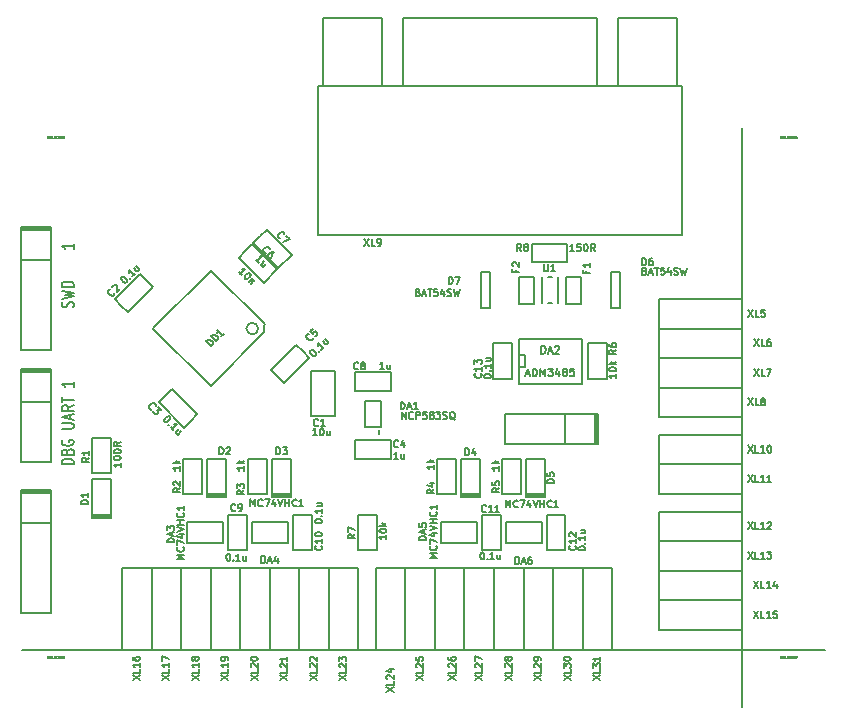
<source format=gto>
G04 (created by PCBNEW (2013-07-07 BZR 4022)-stable) date 06/12/2014 14:47:27*
%MOIN*%
G04 Gerber Fmt 3.4, Leading zero omitted, Abs format*
%FSLAX34Y34*%
G01*
G70*
G90*
G04 APERTURE LIST*
%ADD10C,0.00590551*%
%ADD11C,0.00787402*%
%ADD12C,0.005*%
%ADD13C,0.0079*%
%ADD14C,0.0059*%
%ADD15C,0.0001*%
G04 APERTURE END LIST*
G54D10*
X44253Y-28923D02*
X43860Y-28923D01*
X43860Y-28848D01*
X43878Y-28803D01*
X43916Y-28773D01*
X43953Y-28758D01*
X44028Y-28743D01*
X44085Y-28743D01*
X44160Y-28758D01*
X44197Y-28773D01*
X44235Y-28803D01*
X44253Y-28848D01*
X44253Y-28923D01*
X44047Y-28503D02*
X44066Y-28458D01*
X44085Y-28443D01*
X44122Y-28428D01*
X44178Y-28428D01*
X44216Y-28443D01*
X44235Y-28458D01*
X44253Y-28488D01*
X44253Y-28608D01*
X43860Y-28608D01*
X43860Y-28503D01*
X43878Y-28473D01*
X43897Y-28458D01*
X43935Y-28443D01*
X43972Y-28443D01*
X44010Y-28458D01*
X44028Y-28473D01*
X44047Y-28503D01*
X44047Y-28608D01*
X43878Y-28128D02*
X43860Y-28158D01*
X43860Y-28203D01*
X43878Y-28248D01*
X43916Y-28278D01*
X43953Y-28293D01*
X44028Y-28308D01*
X44085Y-28308D01*
X44160Y-28293D01*
X44197Y-28278D01*
X44235Y-28248D01*
X44253Y-28203D01*
X44253Y-28173D01*
X44235Y-28128D01*
X44216Y-28113D01*
X44085Y-28113D01*
X44085Y-28173D01*
X43860Y-27739D02*
X44178Y-27739D01*
X44216Y-27724D01*
X44235Y-27709D01*
X44253Y-27679D01*
X44253Y-27619D01*
X44235Y-27589D01*
X44216Y-27574D01*
X44178Y-27559D01*
X43860Y-27559D01*
X44141Y-27424D02*
X44141Y-27274D01*
X44253Y-27454D02*
X43860Y-27349D01*
X44253Y-27244D01*
X44253Y-26959D02*
X44066Y-27064D01*
X44253Y-27139D02*
X43860Y-27139D01*
X43860Y-27019D01*
X43878Y-26989D01*
X43897Y-26974D01*
X43935Y-26959D01*
X43991Y-26959D01*
X44028Y-26974D01*
X44047Y-26989D01*
X44066Y-27019D01*
X44066Y-27139D01*
X43860Y-26869D02*
X43860Y-26689D01*
X44253Y-26779D02*
X43860Y-26779D01*
X44253Y-26179D02*
X44253Y-26359D01*
X44253Y-26269D02*
X43860Y-26269D01*
X43916Y-26299D01*
X43953Y-26329D01*
X43972Y-26359D01*
X44235Y-23695D02*
X44253Y-23650D01*
X44253Y-23575D01*
X44235Y-23545D01*
X44216Y-23530D01*
X44178Y-23515D01*
X44141Y-23515D01*
X44103Y-23530D01*
X44085Y-23545D01*
X44066Y-23575D01*
X44047Y-23635D01*
X44028Y-23665D01*
X44010Y-23680D01*
X43972Y-23695D01*
X43935Y-23695D01*
X43897Y-23680D01*
X43878Y-23665D01*
X43860Y-23635D01*
X43860Y-23560D01*
X43878Y-23515D01*
X43860Y-23410D02*
X44253Y-23335D01*
X43972Y-23275D01*
X44253Y-23215D01*
X43860Y-23140D01*
X44253Y-23020D02*
X43860Y-23020D01*
X43860Y-22945D01*
X43878Y-22900D01*
X43916Y-22870D01*
X43953Y-22855D01*
X44028Y-22840D01*
X44085Y-22840D01*
X44160Y-22855D01*
X44197Y-22870D01*
X44235Y-22900D01*
X44253Y-22945D01*
X44253Y-23020D01*
X44253Y-21580D02*
X44253Y-21760D01*
X44253Y-21670D02*
X43860Y-21670D01*
X43916Y-21700D01*
X43953Y-21730D01*
X43972Y-21760D01*
G54D11*
X69291Y-35137D02*
X42519Y-35137D01*
X66535Y-17716D02*
X66535Y-37007D01*
G54D12*
X58651Y-31550D02*
X58651Y-30850D01*
X58651Y-30850D02*
X59851Y-30850D01*
X59851Y-30850D02*
X59851Y-31550D01*
X59851Y-31550D02*
X58651Y-31550D01*
X56486Y-31550D02*
X56486Y-30850D01*
X56486Y-30850D02*
X57686Y-30850D01*
X57686Y-30850D02*
X57686Y-31550D01*
X57686Y-31550D02*
X56486Y-31550D01*
X50187Y-31550D02*
X50187Y-30850D01*
X50187Y-30850D02*
X51387Y-30850D01*
X51387Y-30850D02*
X51387Y-31550D01*
X51387Y-31550D02*
X50187Y-31550D01*
X48022Y-31550D02*
X48022Y-30850D01*
X48022Y-30850D02*
X49222Y-30850D01*
X49222Y-30850D02*
X49222Y-31550D01*
X49222Y-31550D02*
X48022Y-31550D01*
X59087Y-26192D02*
X59087Y-26242D01*
X59087Y-26242D02*
X61187Y-26242D01*
X61187Y-24742D02*
X59087Y-24742D01*
X59087Y-24742D02*
X59087Y-26192D01*
X59087Y-25292D02*
X59287Y-25292D01*
X59287Y-25292D02*
X59287Y-25692D01*
X59287Y-25692D02*
X59087Y-25692D01*
X61187Y-24742D02*
X61187Y-26242D01*
X61175Y-22679D02*
X61175Y-23579D01*
X61175Y-23579D02*
X60675Y-23579D01*
X60675Y-23579D02*
X60675Y-22679D01*
X60675Y-22679D02*
X61175Y-22679D01*
X59600Y-22679D02*
X59600Y-23579D01*
X59600Y-23579D02*
X59100Y-23579D01*
X59100Y-23579D02*
X59100Y-22679D01*
X59100Y-22679D02*
X59600Y-22679D01*
G54D13*
X54429Y-27775D02*
X54429Y-27913D01*
X54429Y-27913D02*
X54468Y-27873D01*
X54488Y-27263D02*
X54488Y-27696D01*
X54488Y-27696D02*
X53976Y-27696D01*
X53976Y-27696D02*
X53976Y-26830D01*
X53976Y-26830D02*
X54488Y-26830D01*
X54488Y-26830D02*
X54488Y-27263D01*
G54D10*
X45177Y-29232D02*
X44862Y-29232D01*
X44862Y-29232D02*
X44862Y-28051D01*
X44862Y-28051D02*
X45492Y-28051D01*
X45492Y-28051D02*
X45492Y-29232D01*
X45492Y-29232D02*
X45177Y-29232D01*
X50393Y-29921D02*
X50078Y-29921D01*
X50078Y-29921D02*
X50078Y-28740D01*
X50078Y-28740D02*
X50708Y-28740D01*
X50708Y-28740D02*
X50708Y-29921D01*
X50708Y-29921D02*
X50393Y-29921D01*
X48228Y-29921D02*
X47913Y-29921D01*
X47913Y-29921D02*
X47913Y-28740D01*
X47913Y-28740D02*
X48543Y-28740D01*
X48543Y-28740D02*
X48543Y-29921D01*
X48543Y-29921D02*
X48228Y-29921D01*
G54D12*
X46912Y-24395D02*
X48833Y-22474D01*
X48833Y-22474D02*
X50628Y-24270D01*
X50614Y-24284D02*
X50614Y-24534D01*
X50614Y-24534D02*
X48818Y-26329D01*
X48818Y-26329D02*
X46911Y-24422D01*
X50407Y-24409D02*
G75*
G03X50407Y-24409I-196J0D01*
G74*
G01*
G54D10*
X45492Y-30610D02*
X45492Y-30669D01*
X45492Y-30669D02*
X44862Y-30669D01*
X44862Y-30669D02*
X44862Y-30610D01*
X44862Y-30610D02*
X44862Y-30708D01*
X44862Y-30708D02*
X45492Y-30708D01*
X45492Y-30708D02*
X45492Y-30669D01*
X45177Y-29429D02*
X45492Y-29429D01*
X45492Y-29429D02*
X45492Y-30610D01*
X45492Y-30610D02*
X44862Y-30610D01*
X44862Y-30610D02*
X44862Y-29429D01*
X44862Y-29429D02*
X45216Y-29429D01*
G54D14*
X60413Y-23562D02*
X60413Y-22696D01*
X60078Y-22696D02*
X60196Y-22696D01*
X59861Y-23562D02*
X59861Y-22696D01*
X60078Y-23562D02*
X60196Y-23562D01*
G54D11*
X42511Y-21129D02*
X42511Y-21029D01*
X42511Y-21029D02*
X43511Y-21029D01*
X43511Y-21029D02*
X43511Y-21129D01*
X43511Y-21129D02*
X43511Y-21079D01*
X43511Y-21079D02*
X42511Y-21079D01*
X43511Y-22129D02*
X42511Y-22129D01*
X43511Y-21129D02*
X43511Y-25129D01*
X43511Y-25129D02*
X42511Y-25129D01*
X42511Y-25129D02*
X42511Y-21129D01*
X42511Y-21129D02*
X43511Y-21129D01*
X42511Y-29889D02*
X42511Y-29789D01*
X42511Y-29789D02*
X43511Y-29789D01*
X43511Y-29789D02*
X43511Y-29889D01*
X43511Y-29889D02*
X43511Y-29839D01*
X43511Y-29839D02*
X42511Y-29839D01*
X43511Y-30889D02*
X42511Y-30889D01*
X43511Y-29889D02*
X43511Y-33889D01*
X43511Y-33889D02*
X42511Y-33889D01*
X42511Y-33889D02*
X42511Y-29889D01*
X42511Y-29889D02*
X43511Y-29889D01*
X61687Y-27255D02*
X61637Y-27255D01*
X61637Y-28255D02*
X61737Y-28255D01*
X61737Y-28255D02*
X61737Y-27255D01*
X61737Y-27255D02*
X61687Y-27255D01*
X61687Y-27255D02*
X61687Y-28205D01*
X58637Y-27255D02*
X61637Y-27255D01*
X61637Y-28255D02*
X58637Y-28255D01*
X60637Y-28255D02*
X60637Y-27255D01*
X58637Y-28255D02*
X58637Y-27255D01*
X61637Y-27255D02*
X61637Y-28255D01*
X42511Y-25812D02*
X42511Y-25862D01*
X43511Y-25862D02*
X43511Y-25762D01*
X43511Y-25762D02*
X42511Y-25762D01*
X42511Y-25762D02*
X42511Y-25812D01*
X42511Y-25812D02*
X43461Y-25812D01*
X42511Y-28862D02*
X42511Y-25862D01*
X43511Y-25862D02*
X43511Y-28862D01*
X43511Y-26862D02*
X42511Y-26862D01*
X43511Y-28862D02*
X42511Y-28862D01*
X42511Y-25862D02*
X43511Y-25862D01*
G54D10*
X52952Y-25826D02*
X52952Y-27322D01*
X52952Y-27322D02*
X52165Y-27322D01*
X52165Y-27322D02*
X52165Y-25826D01*
X52165Y-25826D02*
X52952Y-25826D01*
X49976Y-21826D02*
X50198Y-21603D01*
X50198Y-21603D02*
X51033Y-22438D01*
X51033Y-22438D02*
X50588Y-22884D01*
X50588Y-22884D02*
X49753Y-22049D01*
X49753Y-22049D02*
X49976Y-21826D01*
X54822Y-28444D02*
X54822Y-28759D01*
X54822Y-28759D02*
X53641Y-28759D01*
X53641Y-28759D02*
X53641Y-28129D01*
X53641Y-28129D02*
X54822Y-28129D01*
X54822Y-28129D02*
X54822Y-28444D01*
X45842Y-23645D02*
X45619Y-23423D01*
X45619Y-23423D02*
X46454Y-22588D01*
X46454Y-22588D02*
X46900Y-23033D01*
X46900Y-23033D02*
X46064Y-23868D01*
X46064Y-23868D02*
X45842Y-23645D01*
X60334Y-31791D02*
X60019Y-31791D01*
X60019Y-31791D02*
X60019Y-30610D01*
X60019Y-30610D02*
X60649Y-30610D01*
X60649Y-30610D02*
X60649Y-31791D01*
X60649Y-31791D02*
X60334Y-31791D01*
X51893Y-25172D02*
X52116Y-25395D01*
X52116Y-25395D02*
X51281Y-26230D01*
X51281Y-26230D02*
X50836Y-25785D01*
X50836Y-25785D02*
X51671Y-24950D01*
X51671Y-24950D02*
X51893Y-25172D01*
X58169Y-31791D02*
X57854Y-31791D01*
X57854Y-31791D02*
X57854Y-30610D01*
X57854Y-30610D02*
X58484Y-30610D01*
X58484Y-30610D02*
X58484Y-31791D01*
X58484Y-31791D02*
X58169Y-31791D01*
X50468Y-21334D02*
X50690Y-21111D01*
X50690Y-21111D02*
X51526Y-21946D01*
X51526Y-21946D02*
X51080Y-22392D01*
X51080Y-22392D02*
X50245Y-21557D01*
X50245Y-21557D02*
X50468Y-21334D01*
X51870Y-31791D02*
X51555Y-31791D01*
X51555Y-31791D02*
X51555Y-30610D01*
X51555Y-30610D02*
X52185Y-30610D01*
X52185Y-30610D02*
X52185Y-31791D01*
X52185Y-31791D02*
X51870Y-31791D01*
X58562Y-24901D02*
X58877Y-24901D01*
X58877Y-24901D02*
X58877Y-26082D01*
X58877Y-26082D02*
X58248Y-26082D01*
X58248Y-26082D02*
X58248Y-24901D01*
X58248Y-24901D02*
X58562Y-24901D01*
X49704Y-31791D02*
X49389Y-31791D01*
X49389Y-31791D02*
X49389Y-30610D01*
X49389Y-30610D02*
X50019Y-30610D01*
X50019Y-30610D02*
X50019Y-31791D01*
X50019Y-31791D02*
X49704Y-31791D01*
X48153Y-27484D02*
X47931Y-27707D01*
X47931Y-27707D02*
X47095Y-26872D01*
X47095Y-26872D02*
X47541Y-26426D01*
X47541Y-26426D02*
X48376Y-27261D01*
X48376Y-27261D02*
X48153Y-27484D01*
X53641Y-26181D02*
X53641Y-25866D01*
X53641Y-25866D02*
X54822Y-25866D01*
X54822Y-25866D02*
X54822Y-26496D01*
X54822Y-26496D02*
X53641Y-26496D01*
X53641Y-26496D02*
X53641Y-26181D01*
X56692Y-29921D02*
X56377Y-29921D01*
X56377Y-29921D02*
X56377Y-28740D01*
X56377Y-28740D02*
X57007Y-28740D01*
X57007Y-28740D02*
X57007Y-29921D01*
X57007Y-29921D02*
X56692Y-29921D01*
X58858Y-29921D02*
X58543Y-29921D01*
X58543Y-29921D02*
X58543Y-28740D01*
X58543Y-28740D02*
X59173Y-28740D01*
X59173Y-28740D02*
X59173Y-29921D01*
X59173Y-29921D02*
X58858Y-29921D01*
X61712Y-26082D02*
X61397Y-26082D01*
X61397Y-26082D02*
X61397Y-24901D01*
X61397Y-24901D02*
X62027Y-24901D01*
X62027Y-24901D02*
X62027Y-26082D01*
X62027Y-26082D02*
X61712Y-26082D01*
X54035Y-31791D02*
X53720Y-31791D01*
X53720Y-31791D02*
X53720Y-30610D01*
X53720Y-30610D02*
X54350Y-30610D01*
X54350Y-30610D02*
X54350Y-31791D01*
X54350Y-31791D02*
X54035Y-31791D01*
X57795Y-29921D02*
X57795Y-29980D01*
X57795Y-29980D02*
X57165Y-29980D01*
X57165Y-29980D02*
X57165Y-29921D01*
X57165Y-29921D02*
X57165Y-30019D01*
X57165Y-30019D02*
X57795Y-30019D01*
X57795Y-30019D02*
X57795Y-29980D01*
X57480Y-28740D02*
X57795Y-28740D01*
X57795Y-28740D02*
X57795Y-29921D01*
X57795Y-29921D02*
X57165Y-29921D01*
X57165Y-29921D02*
X57165Y-28740D01*
X57165Y-28740D02*
X57519Y-28740D01*
X59960Y-29921D02*
X59960Y-29980D01*
X59960Y-29980D02*
X59330Y-29980D01*
X59330Y-29980D02*
X59330Y-29921D01*
X59330Y-29921D02*
X59330Y-30019D01*
X59330Y-30019D02*
X59960Y-30019D01*
X59960Y-30019D02*
X59960Y-29980D01*
X59645Y-28740D02*
X59960Y-28740D01*
X59960Y-28740D02*
X59960Y-29921D01*
X59960Y-29921D02*
X59330Y-29921D01*
X59330Y-29921D02*
X59330Y-28740D01*
X59330Y-28740D02*
X59685Y-28740D01*
G54D12*
X52558Y-16338D02*
X52558Y-14054D01*
X52558Y-14054D02*
X54527Y-14054D01*
X54527Y-14054D02*
X54527Y-16338D01*
X64370Y-16338D02*
X64370Y-14054D01*
X64370Y-14054D02*
X62401Y-14054D01*
X62401Y-14054D02*
X62401Y-16338D01*
X61692Y-16338D02*
X61692Y-14054D01*
X61692Y-14054D02*
X55236Y-14054D01*
X55236Y-14054D02*
X55236Y-16338D01*
X52401Y-20078D02*
X52401Y-16338D01*
X52401Y-16338D02*
X64527Y-16338D01*
X64527Y-16338D02*
X64527Y-20078D01*
X64527Y-20078D02*
X64527Y-21298D01*
X64527Y-21298D02*
X52401Y-21298D01*
X52401Y-21298D02*
X52401Y-20078D01*
G54D10*
X49330Y-29921D02*
X49330Y-29980D01*
X49330Y-29980D02*
X48700Y-29980D01*
X48700Y-29980D02*
X48700Y-29921D01*
X48700Y-29921D02*
X48700Y-30019D01*
X48700Y-30019D02*
X49330Y-30019D01*
X49330Y-30019D02*
X49330Y-29980D01*
X49015Y-28740D02*
X49330Y-28740D01*
X49330Y-28740D02*
X49330Y-29921D01*
X49330Y-29921D02*
X48700Y-29921D01*
X48700Y-29921D02*
X48700Y-28740D01*
X48700Y-28740D02*
X49055Y-28740D01*
X51496Y-29921D02*
X51496Y-29980D01*
X51496Y-29980D02*
X50866Y-29980D01*
X50866Y-29980D02*
X50866Y-29921D01*
X50866Y-29921D02*
X50866Y-30019D01*
X50866Y-30019D02*
X51496Y-30019D01*
X51496Y-30019D02*
X51496Y-29980D01*
X51181Y-28740D02*
X51496Y-28740D01*
X51496Y-28740D02*
X51496Y-29921D01*
X51496Y-29921D02*
X50866Y-29921D01*
X50866Y-29921D02*
X50866Y-28740D01*
X50866Y-28740D02*
X51220Y-28740D01*
G54D12*
X62453Y-22529D02*
X62453Y-23729D01*
X62453Y-23729D02*
X62153Y-23729D01*
X62153Y-23729D02*
X62153Y-22529D01*
X62153Y-22529D02*
X62453Y-22529D01*
X57822Y-23729D02*
X57822Y-22529D01*
X57822Y-22529D02*
X58122Y-22529D01*
X58122Y-22529D02*
X58122Y-23729D01*
X58122Y-23729D02*
X57822Y-23729D01*
G54D10*
X60708Y-21889D02*
X60708Y-22204D01*
X60708Y-22204D02*
X59527Y-22204D01*
X59527Y-22204D02*
X59527Y-21574D01*
X59527Y-21574D02*
X60708Y-21574D01*
X60708Y-21574D02*
X60708Y-21889D01*
X46850Y-33759D02*
X46850Y-35137D01*
X46850Y-35137D02*
X45866Y-35137D01*
X45866Y-35137D02*
X45866Y-32381D01*
X45866Y-32381D02*
X46850Y-32381D01*
X46850Y-32381D02*
X46850Y-33759D01*
X47834Y-33759D02*
X47834Y-35137D01*
X47834Y-35137D02*
X46850Y-35137D01*
X46850Y-35137D02*
X46850Y-32381D01*
X46850Y-32381D02*
X47834Y-32381D01*
X47834Y-32381D02*
X47834Y-33759D01*
X48818Y-33759D02*
X48818Y-35137D01*
X48818Y-35137D02*
X47834Y-35137D01*
X47834Y-35137D02*
X47834Y-32381D01*
X47834Y-32381D02*
X48818Y-32381D01*
X48818Y-32381D02*
X48818Y-33759D01*
X49803Y-33759D02*
X49803Y-35137D01*
X49803Y-35137D02*
X48818Y-35137D01*
X48818Y-35137D02*
X48818Y-32381D01*
X48818Y-32381D02*
X49803Y-32381D01*
X49803Y-32381D02*
X49803Y-33759D01*
X50787Y-33759D02*
X50787Y-35137D01*
X50787Y-35137D02*
X49803Y-35137D01*
X49803Y-35137D02*
X49803Y-32381D01*
X49803Y-32381D02*
X50787Y-32381D01*
X50787Y-32381D02*
X50787Y-33759D01*
X51771Y-33759D02*
X51771Y-35137D01*
X51771Y-35137D02*
X50787Y-35137D01*
X50787Y-35137D02*
X50787Y-32381D01*
X50787Y-32381D02*
X51771Y-32381D01*
X51771Y-32381D02*
X51771Y-33759D01*
X52755Y-33759D02*
X52755Y-35137D01*
X52755Y-35137D02*
X51771Y-35137D01*
X51771Y-35137D02*
X51771Y-32381D01*
X51771Y-32381D02*
X52755Y-32381D01*
X52755Y-32381D02*
X52755Y-33759D01*
X53740Y-33759D02*
X53740Y-35137D01*
X53740Y-35137D02*
X52755Y-35137D01*
X52755Y-35137D02*
X52755Y-32381D01*
X52755Y-32381D02*
X53740Y-32381D01*
X53740Y-32381D02*
X53740Y-33759D01*
X56299Y-33759D02*
X56299Y-35137D01*
X56299Y-35137D02*
X55314Y-35137D01*
X55314Y-35137D02*
X55314Y-32381D01*
X55314Y-32381D02*
X56299Y-32381D01*
X56299Y-32381D02*
X56299Y-33759D01*
X65157Y-31496D02*
X66535Y-31496D01*
X66535Y-31496D02*
X66535Y-32480D01*
X66535Y-32480D02*
X63779Y-32480D01*
X63779Y-32480D02*
X63779Y-31496D01*
X63779Y-31496D02*
X65157Y-31496D01*
X65157Y-26377D02*
X66535Y-26377D01*
X66535Y-26377D02*
X66535Y-27362D01*
X66535Y-27362D02*
X63779Y-27362D01*
X63779Y-27362D02*
X63779Y-26377D01*
X63779Y-26377D02*
X65157Y-26377D01*
X65157Y-25393D02*
X66535Y-25393D01*
X66535Y-25393D02*
X66535Y-26377D01*
X66535Y-26377D02*
X63779Y-26377D01*
X63779Y-26377D02*
X63779Y-25393D01*
X63779Y-25393D02*
X65157Y-25393D01*
X65157Y-24409D02*
X66535Y-24409D01*
X66535Y-24409D02*
X66535Y-25393D01*
X66535Y-25393D02*
X63779Y-25393D01*
X63779Y-25393D02*
X63779Y-24409D01*
X63779Y-24409D02*
X65157Y-24409D01*
X65157Y-23425D02*
X66535Y-23425D01*
X66535Y-23425D02*
X66535Y-24409D01*
X66535Y-24409D02*
X63779Y-24409D01*
X63779Y-24409D02*
X63779Y-23425D01*
X63779Y-23425D02*
X65157Y-23425D01*
X65157Y-28937D02*
X66535Y-28937D01*
X66535Y-28937D02*
X66535Y-29921D01*
X66535Y-29921D02*
X63779Y-29921D01*
X63779Y-29921D02*
X63779Y-28937D01*
X63779Y-28937D02*
X65157Y-28937D01*
X65157Y-27952D02*
X66535Y-27952D01*
X66535Y-27952D02*
X66535Y-28937D01*
X66535Y-28937D02*
X63779Y-28937D01*
X63779Y-28937D02*
X63779Y-27952D01*
X63779Y-27952D02*
X65157Y-27952D01*
X65157Y-33464D02*
X66535Y-33464D01*
X66535Y-33464D02*
X66535Y-34448D01*
X66535Y-34448D02*
X63779Y-34448D01*
X63779Y-34448D02*
X63779Y-33464D01*
X63779Y-33464D02*
X65157Y-33464D01*
X65157Y-32480D02*
X66535Y-32480D01*
X66535Y-32480D02*
X66535Y-33464D01*
X66535Y-33464D02*
X63779Y-33464D01*
X63779Y-33464D02*
X63779Y-32480D01*
X63779Y-32480D02*
X65157Y-32480D01*
X55314Y-33759D02*
X55314Y-35137D01*
X55314Y-35137D02*
X54330Y-35137D01*
X54330Y-35137D02*
X54330Y-32381D01*
X54330Y-32381D02*
X55314Y-32381D01*
X55314Y-32381D02*
X55314Y-33759D01*
X65157Y-30511D02*
X66535Y-30511D01*
X66535Y-30511D02*
X66535Y-31496D01*
X66535Y-31496D02*
X63779Y-31496D01*
X63779Y-31496D02*
X63779Y-30511D01*
X63779Y-30511D02*
X65157Y-30511D01*
X62204Y-33759D02*
X62204Y-35137D01*
X62204Y-35137D02*
X61220Y-35137D01*
X61220Y-35137D02*
X61220Y-32381D01*
X61220Y-32381D02*
X62204Y-32381D01*
X62204Y-32381D02*
X62204Y-33759D01*
X61220Y-33759D02*
X61220Y-35137D01*
X61220Y-35137D02*
X60236Y-35137D01*
X60236Y-35137D02*
X60236Y-32381D01*
X60236Y-32381D02*
X61220Y-32381D01*
X61220Y-32381D02*
X61220Y-33759D01*
X60236Y-33759D02*
X60236Y-35137D01*
X60236Y-35137D02*
X59251Y-35137D01*
X59251Y-35137D02*
X59251Y-32381D01*
X59251Y-32381D02*
X60236Y-32381D01*
X60236Y-32381D02*
X60236Y-33759D01*
X59251Y-33759D02*
X59251Y-35137D01*
X59251Y-35137D02*
X58267Y-35137D01*
X58267Y-35137D02*
X58267Y-32381D01*
X58267Y-32381D02*
X59251Y-32381D01*
X59251Y-32381D02*
X59251Y-33759D01*
X58267Y-33759D02*
X58267Y-35137D01*
X58267Y-35137D02*
X57283Y-35137D01*
X57283Y-35137D02*
X57283Y-32381D01*
X57283Y-32381D02*
X58267Y-32381D01*
X58267Y-32381D02*
X58267Y-33759D01*
X57283Y-33759D02*
X57283Y-35137D01*
X57283Y-35137D02*
X56299Y-35137D01*
X56299Y-35137D02*
X56299Y-32381D01*
X56299Y-32381D02*
X57283Y-32381D01*
X57283Y-32381D02*
X57283Y-33759D01*
X58976Y-32260D02*
X58976Y-32024D01*
X59032Y-32024D01*
X59066Y-32035D01*
X59088Y-32058D01*
X59100Y-32080D01*
X59111Y-32125D01*
X59111Y-32159D01*
X59100Y-32204D01*
X59088Y-32227D01*
X59066Y-32249D01*
X59032Y-32260D01*
X58976Y-32260D01*
X59201Y-32193D02*
X59313Y-32193D01*
X59178Y-32260D02*
X59257Y-32024D01*
X59336Y-32260D01*
X59516Y-32024D02*
X59471Y-32024D01*
X59448Y-32035D01*
X59437Y-32047D01*
X59415Y-32080D01*
X59403Y-32125D01*
X59403Y-32215D01*
X59415Y-32238D01*
X59426Y-32249D01*
X59448Y-32260D01*
X59493Y-32260D01*
X59516Y-32249D01*
X59527Y-32238D01*
X59538Y-32215D01*
X59538Y-32159D01*
X59527Y-32137D01*
X59516Y-32125D01*
X59493Y-32114D01*
X59448Y-32114D01*
X59426Y-32125D01*
X59415Y-32137D01*
X59403Y-32159D01*
X58650Y-30371D02*
X58650Y-30134D01*
X58728Y-30303D01*
X58807Y-30134D01*
X58807Y-30371D01*
X59055Y-30348D02*
X59043Y-30359D01*
X59010Y-30371D01*
X58987Y-30371D01*
X58953Y-30359D01*
X58931Y-30337D01*
X58920Y-30314D01*
X58908Y-30269D01*
X58908Y-30236D01*
X58920Y-30191D01*
X58931Y-30168D01*
X58953Y-30146D01*
X58987Y-30134D01*
X59010Y-30134D01*
X59043Y-30146D01*
X59055Y-30157D01*
X59133Y-30134D02*
X59291Y-30134D01*
X59190Y-30371D01*
X59482Y-30213D02*
X59482Y-30371D01*
X59426Y-30123D02*
X59370Y-30292D01*
X59516Y-30292D01*
X59572Y-30134D02*
X59651Y-30371D01*
X59730Y-30134D01*
X59808Y-30371D02*
X59808Y-30134D01*
X59808Y-30247D02*
X59943Y-30247D01*
X59943Y-30371D02*
X59943Y-30134D01*
X60191Y-30348D02*
X60179Y-30359D01*
X60146Y-30371D01*
X60123Y-30371D01*
X60089Y-30359D01*
X60067Y-30337D01*
X60056Y-30314D01*
X60044Y-30269D01*
X60044Y-30236D01*
X60056Y-30191D01*
X60067Y-30168D01*
X60089Y-30146D01*
X60123Y-30134D01*
X60146Y-30134D01*
X60179Y-30146D01*
X60191Y-30157D01*
X60416Y-30371D02*
X60281Y-30371D01*
X60348Y-30371D02*
X60348Y-30134D01*
X60326Y-30168D01*
X60303Y-30191D01*
X60281Y-30202D01*
X56001Y-31456D02*
X55764Y-31456D01*
X55764Y-31400D01*
X55776Y-31366D01*
X55798Y-31344D01*
X55821Y-31332D01*
X55866Y-31321D01*
X55899Y-31321D01*
X55944Y-31332D01*
X55967Y-31344D01*
X55989Y-31366D01*
X56001Y-31400D01*
X56001Y-31456D01*
X55933Y-31231D02*
X55933Y-31119D01*
X56001Y-31254D02*
X55764Y-31175D01*
X56001Y-31096D01*
X55764Y-30905D02*
X55764Y-31017D01*
X55877Y-31029D01*
X55866Y-31017D01*
X55854Y-30995D01*
X55854Y-30939D01*
X55866Y-30916D01*
X55877Y-30905D01*
X55899Y-30894D01*
X55956Y-30894D01*
X55978Y-30905D01*
X55989Y-30916D01*
X56001Y-30939D01*
X56001Y-30995D01*
X55989Y-31017D01*
X55978Y-31029D01*
X56355Y-32058D02*
X56119Y-32058D01*
X56287Y-31979D01*
X56119Y-31901D01*
X56355Y-31901D01*
X56332Y-31653D02*
X56344Y-31664D01*
X56355Y-31698D01*
X56355Y-31721D01*
X56344Y-31754D01*
X56321Y-31777D01*
X56299Y-31788D01*
X56254Y-31799D01*
X56220Y-31799D01*
X56175Y-31788D01*
X56152Y-31777D01*
X56130Y-31754D01*
X56119Y-31721D01*
X56119Y-31698D01*
X56130Y-31664D01*
X56141Y-31653D01*
X56119Y-31574D02*
X56119Y-31417D01*
X56355Y-31518D01*
X56197Y-31226D02*
X56355Y-31226D01*
X56107Y-31282D02*
X56276Y-31338D01*
X56276Y-31192D01*
X56119Y-31136D02*
X56355Y-31057D01*
X56119Y-30978D01*
X56355Y-30899D02*
X56119Y-30899D01*
X56231Y-30899D02*
X56231Y-30764D01*
X56355Y-30764D02*
X56119Y-30764D01*
X56332Y-30517D02*
X56344Y-30528D01*
X56355Y-30562D01*
X56355Y-30584D01*
X56344Y-30618D01*
X56321Y-30641D01*
X56299Y-30652D01*
X56254Y-30663D01*
X56220Y-30663D01*
X56175Y-30652D01*
X56152Y-30641D01*
X56130Y-30618D01*
X56119Y-30584D01*
X56119Y-30562D01*
X56130Y-30528D01*
X56141Y-30517D01*
X56355Y-30292D02*
X56355Y-30427D01*
X56355Y-30359D02*
X56119Y-30359D01*
X56152Y-30382D01*
X56175Y-30404D01*
X56186Y-30427D01*
X50511Y-32221D02*
X50511Y-31985D01*
X50568Y-31985D01*
X50601Y-31996D01*
X50624Y-32019D01*
X50635Y-32041D01*
X50646Y-32086D01*
X50646Y-32120D01*
X50635Y-32165D01*
X50624Y-32187D01*
X50601Y-32210D01*
X50568Y-32221D01*
X50511Y-32221D01*
X50736Y-32154D02*
X50849Y-32154D01*
X50714Y-32221D02*
X50793Y-31985D01*
X50871Y-32221D01*
X51051Y-32064D02*
X51051Y-32221D01*
X50995Y-31974D02*
X50939Y-32142D01*
X51085Y-32142D01*
X50146Y-30331D02*
X50146Y-30095D01*
X50224Y-30264D01*
X50303Y-30095D01*
X50303Y-30331D01*
X50551Y-30309D02*
X50539Y-30320D01*
X50506Y-30331D01*
X50483Y-30331D01*
X50449Y-30320D01*
X50427Y-30298D01*
X50416Y-30275D01*
X50404Y-30230D01*
X50404Y-30196D01*
X50416Y-30151D01*
X50427Y-30129D01*
X50449Y-30106D01*
X50483Y-30095D01*
X50506Y-30095D01*
X50539Y-30106D01*
X50551Y-30118D01*
X50629Y-30095D02*
X50787Y-30095D01*
X50686Y-30331D01*
X50978Y-30174D02*
X50978Y-30331D01*
X50922Y-30084D02*
X50866Y-30253D01*
X51012Y-30253D01*
X51068Y-30095D02*
X51147Y-30331D01*
X51226Y-30095D01*
X51304Y-30331D02*
X51304Y-30095D01*
X51304Y-30208D02*
X51439Y-30208D01*
X51439Y-30331D02*
X51439Y-30095D01*
X51687Y-30309D02*
X51676Y-30320D01*
X51642Y-30331D01*
X51619Y-30331D01*
X51586Y-30320D01*
X51563Y-30298D01*
X51552Y-30275D01*
X51541Y-30230D01*
X51541Y-30196D01*
X51552Y-30151D01*
X51563Y-30129D01*
X51586Y-30106D01*
X51619Y-30095D01*
X51642Y-30095D01*
X51676Y-30106D01*
X51687Y-30118D01*
X51912Y-30331D02*
X51777Y-30331D01*
X51844Y-30331D02*
X51844Y-30095D01*
X51822Y-30129D01*
X51799Y-30151D01*
X51777Y-30163D01*
X47615Y-31535D02*
X47379Y-31535D01*
X47379Y-31479D01*
X47390Y-31445D01*
X47412Y-31422D01*
X47435Y-31411D01*
X47480Y-31400D01*
X47514Y-31400D01*
X47559Y-31411D01*
X47581Y-31422D01*
X47604Y-31445D01*
X47615Y-31479D01*
X47615Y-31535D01*
X47547Y-31310D02*
X47547Y-31197D01*
X47615Y-31332D02*
X47379Y-31254D01*
X47615Y-31175D01*
X47379Y-31119D02*
X47379Y-30973D01*
X47469Y-31051D01*
X47469Y-31017D01*
X47480Y-30995D01*
X47491Y-30984D01*
X47514Y-30973D01*
X47570Y-30973D01*
X47592Y-30984D01*
X47604Y-30995D01*
X47615Y-31017D01*
X47615Y-31085D01*
X47604Y-31107D01*
X47592Y-31119D01*
X47930Y-32097D02*
X47694Y-32097D01*
X47862Y-32019D01*
X47694Y-31940D01*
X47930Y-31940D01*
X47907Y-31692D02*
X47919Y-31704D01*
X47930Y-31737D01*
X47930Y-31760D01*
X47919Y-31794D01*
X47896Y-31816D01*
X47874Y-31827D01*
X47829Y-31839D01*
X47795Y-31839D01*
X47750Y-31827D01*
X47727Y-31816D01*
X47705Y-31794D01*
X47694Y-31760D01*
X47694Y-31737D01*
X47705Y-31704D01*
X47716Y-31692D01*
X47694Y-31614D02*
X47694Y-31456D01*
X47930Y-31557D01*
X47772Y-31265D02*
X47930Y-31265D01*
X47682Y-31321D02*
X47851Y-31377D01*
X47851Y-31231D01*
X47694Y-31175D02*
X47930Y-31096D01*
X47694Y-31017D01*
X47930Y-30939D02*
X47694Y-30939D01*
X47806Y-30939D02*
X47806Y-30804D01*
X47930Y-30804D02*
X47694Y-30804D01*
X47907Y-30556D02*
X47919Y-30568D01*
X47930Y-30601D01*
X47930Y-30624D01*
X47919Y-30658D01*
X47896Y-30680D01*
X47874Y-30691D01*
X47829Y-30703D01*
X47795Y-30703D01*
X47750Y-30691D01*
X47727Y-30680D01*
X47705Y-30658D01*
X47694Y-30624D01*
X47694Y-30601D01*
X47705Y-30568D01*
X47716Y-30556D01*
X47930Y-30331D02*
X47930Y-30466D01*
X47930Y-30399D02*
X47694Y-30399D01*
X47727Y-30421D01*
X47750Y-30444D01*
X47761Y-30466D01*
G54D14*
X59846Y-25243D02*
X59846Y-24993D01*
X59905Y-24993D01*
X59941Y-25005D01*
X59965Y-25029D01*
X59977Y-25052D01*
X59988Y-25100D01*
X59988Y-25136D01*
X59977Y-25183D01*
X59965Y-25207D01*
X59941Y-25231D01*
X59905Y-25243D01*
X59846Y-25243D01*
X60084Y-25171D02*
X60203Y-25171D01*
X60060Y-25243D02*
X60143Y-24993D01*
X60227Y-25243D01*
X60298Y-25017D02*
X60310Y-25005D01*
X60334Y-24993D01*
X60393Y-24993D01*
X60417Y-25005D01*
X60429Y-25017D01*
X60441Y-25040D01*
X60441Y-25064D01*
X60429Y-25100D01*
X60286Y-25243D01*
X60441Y-25243D01*
X59334Y-25921D02*
X59453Y-25921D01*
X59310Y-25993D02*
X59393Y-25743D01*
X59477Y-25993D01*
X59560Y-25993D02*
X59560Y-25743D01*
X59619Y-25743D01*
X59655Y-25755D01*
X59679Y-25779D01*
X59691Y-25802D01*
X59703Y-25850D01*
X59703Y-25886D01*
X59691Y-25933D01*
X59679Y-25957D01*
X59655Y-25981D01*
X59619Y-25993D01*
X59560Y-25993D01*
X59810Y-25993D02*
X59810Y-25743D01*
X59893Y-25921D01*
X59977Y-25743D01*
X59977Y-25993D01*
X60072Y-25743D02*
X60227Y-25743D01*
X60143Y-25838D01*
X60179Y-25838D01*
X60203Y-25850D01*
X60215Y-25862D01*
X60227Y-25886D01*
X60227Y-25945D01*
X60215Y-25969D01*
X60203Y-25981D01*
X60179Y-25993D01*
X60108Y-25993D01*
X60084Y-25981D01*
X60072Y-25969D01*
X60441Y-25826D02*
X60441Y-25993D01*
X60381Y-25731D02*
X60322Y-25909D01*
X60477Y-25909D01*
X60608Y-25850D02*
X60584Y-25838D01*
X60572Y-25826D01*
X60560Y-25802D01*
X60560Y-25790D01*
X60572Y-25767D01*
X60584Y-25755D01*
X60608Y-25743D01*
X60655Y-25743D01*
X60679Y-25755D01*
X60691Y-25767D01*
X60703Y-25790D01*
X60703Y-25802D01*
X60691Y-25826D01*
X60679Y-25838D01*
X60655Y-25850D01*
X60608Y-25850D01*
X60584Y-25862D01*
X60572Y-25874D01*
X60560Y-25898D01*
X60560Y-25945D01*
X60572Y-25969D01*
X60584Y-25981D01*
X60608Y-25993D01*
X60655Y-25993D01*
X60679Y-25981D01*
X60691Y-25969D01*
X60703Y-25945D01*
X60703Y-25898D01*
X60691Y-25874D01*
X60679Y-25862D01*
X60655Y-25850D01*
X60929Y-25743D02*
X60810Y-25743D01*
X60798Y-25862D01*
X60810Y-25850D01*
X60834Y-25838D01*
X60893Y-25838D01*
X60917Y-25850D01*
X60929Y-25862D01*
X60941Y-25886D01*
X60941Y-25945D01*
X60929Y-25969D01*
X60917Y-25981D01*
X60893Y-25993D01*
X60834Y-25993D01*
X60810Y-25981D01*
X60798Y-25969D01*
G54D10*
X61349Y-22480D02*
X61349Y-22559D01*
X61473Y-22559D02*
X61237Y-22559D01*
X61237Y-22446D01*
X61473Y-22232D02*
X61473Y-22367D01*
X61473Y-22300D02*
X61237Y-22300D01*
X61271Y-22322D01*
X61293Y-22345D01*
X61304Y-22367D01*
X58987Y-22440D02*
X58987Y-22519D01*
X59111Y-22519D02*
X58875Y-22519D01*
X58875Y-22407D01*
X58897Y-22328D02*
X58886Y-22317D01*
X58875Y-22294D01*
X58875Y-22238D01*
X58886Y-22215D01*
X58897Y-22204D01*
X58920Y-22193D01*
X58942Y-22193D01*
X58976Y-22204D01*
X59111Y-22339D01*
X59111Y-22193D01*
G54D14*
X55157Y-27103D02*
X55157Y-26867D01*
X55213Y-26867D01*
X55247Y-26878D01*
X55270Y-26901D01*
X55281Y-26923D01*
X55292Y-26968D01*
X55292Y-27002D01*
X55281Y-27047D01*
X55270Y-27069D01*
X55247Y-27092D01*
X55213Y-27103D01*
X55157Y-27103D01*
X55382Y-27035D02*
X55494Y-27035D01*
X55360Y-27103D02*
X55438Y-26867D01*
X55517Y-27103D01*
X55719Y-27103D02*
X55584Y-27103D01*
X55652Y-27103D02*
X55652Y-26867D01*
X55629Y-26901D01*
X55607Y-26923D01*
X55584Y-26934D01*
X55186Y-27418D02*
X55186Y-27182D01*
X55321Y-27418D01*
X55321Y-27182D01*
X55568Y-27395D02*
X55557Y-27407D01*
X55523Y-27418D01*
X55501Y-27418D01*
X55467Y-27407D01*
X55444Y-27384D01*
X55433Y-27362D01*
X55422Y-27317D01*
X55422Y-27283D01*
X55433Y-27238D01*
X55444Y-27216D01*
X55467Y-27193D01*
X55501Y-27182D01*
X55523Y-27182D01*
X55557Y-27193D01*
X55568Y-27204D01*
X55669Y-27418D02*
X55669Y-27182D01*
X55759Y-27182D01*
X55782Y-27193D01*
X55793Y-27204D01*
X55804Y-27227D01*
X55804Y-27261D01*
X55793Y-27283D01*
X55782Y-27294D01*
X55759Y-27305D01*
X55669Y-27305D01*
X56018Y-27182D02*
X55905Y-27182D01*
X55894Y-27294D01*
X55905Y-27283D01*
X55928Y-27272D01*
X55984Y-27272D01*
X56006Y-27283D01*
X56018Y-27294D01*
X56029Y-27317D01*
X56029Y-27373D01*
X56018Y-27395D01*
X56006Y-27407D01*
X55984Y-27418D01*
X55928Y-27418D01*
X55905Y-27407D01*
X55894Y-27395D01*
X56164Y-27283D02*
X56141Y-27272D01*
X56130Y-27261D01*
X56119Y-27238D01*
X56119Y-27227D01*
X56130Y-27204D01*
X56141Y-27193D01*
X56164Y-27182D01*
X56209Y-27182D01*
X56231Y-27193D01*
X56242Y-27204D01*
X56254Y-27227D01*
X56254Y-27238D01*
X56242Y-27261D01*
X56231Y-27272D01*
X56209Y-27283D01*
X56164Y-27283D01*
X56141Y-27294D01*
X56130Y-27305D01*
X56119Y-27328D01*
X56119Y-27373D01*
X56130Y-27395D01*
X56141Y-27407D01*
X56164Y-27418D01*
X56209Y-27418D01*
X56231Y-27407D01*
X56242Y-27395D01*
X56254Y-27373D01*
X56254Y-27328D01*
X56242Y-27305D01*
X56231Y-27294D01*
X56209Y-27283D01*
X56332Y-27182D02*
X56478Y-27182D01*
X56400Y-27272D01*
X56433Y-27272D01*
X56456Y-27283D01*
X56467Y-27294D01*
X56478Y-27317D01*
X56478Y-27373D01*
X56467Y-27395D01*
X56456Y-27407D01*
X56433Y-27418D01*
X56366Y-27418D01*
X56343Y-27407D01*
X56332Y-27395D01*
X56568Y-27407D02*
X56602Y-27418D01*
X56658Y-27418D01*
X56681Y-27407D01*
X56692Y-27395D01*
X56703Y-27373D01*
X56703Y-27350D01*
X56692Y-27328D01*
X56681Y-27317D01*
X56658Y-27305D01*
X56613Y-27294D01*
X56591Y-27283D01*
X56579Y-27272D01*
X56568Y-27249D01*
X56568Y-27227D01*
X56579Y-27204D01*
X56591Y-27193D01*
X56613Y-27182D01*
X56669Y-27182D01*
X56703Y-27193D01*
X56962Y-27440D02*
X56939Y-27429D01*
X56917Y-27407D01*
X56883Y-27373D01*
X56860Y-27362D01*
X56838Y-27362D01*
X56849Y-27418D02*
X56827Y-27407D01*
X56804Y-27384D01*
X56793Y-27339D01*
X56793Y-27261D01*
X56804Y-27216D01*
X56827Y-27193D01*
X56849Y-27182D01*
X56894Y-27182D01*
X56917Y-27193D01*
X56939Y-27216D01*
X56950Y-27261D01*
X56950Y-27339D01*
X56939Y-27384D01*
X56917Y-27407D01*
X56894Y-27418D01*
X56849Y-27418D01*
G54D10*
X44772Y-28706D02*
X44660Y-28784D01*
X44772Y-28841D02*
X44536Y-28841D01*
X44536Y-28751D01*
X44547Y-28728D01*
X44559Y-28717D01*
X44581Y-28706D01*
X44615Y-28706D01*
X44637Y-28717D01*
X44649Y-28728D01*
X44660Y-28751D01*
X44660Y-28841D01*
X44772Y-28481D02*
X44772Y-28616D01*
X44772Y-28548D02*
X44536Y-28548D01*
X44570Y-28571D01*
X44592Y-28593D01*
X44604Y-28616D01*
X45823Y-28878D02*
X45823Y-29013D01*
X45823Y-28945D02*
X45587Y-28945D01*
X45621Y-28968D01*
X45643Y-28990D01*
X45655Y-29013D01*
X45587Y-28732D02*
X45587Y-28709D01*
X45598Y-28687D01*
X45610Y-28675D01*
X45632Y-28664D01*
X45677Y-28653D01*
X45733Y-28653D01*
X45778Y-28664D01*
X45801Y-28675D01*
X45812Y-28687D01*
X45823Y-28709D01*
X45823Y-28732D01*
X45812Y-28754D01*
X45801Y-28765D01*
X45778Y-28777D01*
X45733Y-28788D01*
X45677Y-28788D01*
X45632Y-28777D01*
X45610Y-28765D01*
X45598Y-28754D01*
X45587Y-28732D01*
X45587Y-28507D02*
X45587Y-28484D01*
X45598Y-28462D01*
X45610Y-28450D01*
X45632Y-28439D01*
X45677Y-28428D01*
X45733Y-28428D01*
X45778Y-28439D01*
X45801Y-28450D01*
X45812Y-28462D01*
X45823Y-28484D01*
X45823Y-28507D01*
X45812Y-28529D01*
X45801Y-28540D01*
X45778Y-28552D01*
X45733Y-28563D01*
X45677Y-28563D01*
X45632Y-28552D01*
X45610Y-28540D01*
X45598Y-28529D01*
X45587Y-28507D01*
X45823Y-28192D02*
X45711Y-28270D01*
X45823Y-28327D02*
X45587Y-28327D01*
X45587Y-28237D01*
X45598Y-28214D01*
X45610Y-28203D01*
X45632Y-28192D01*
X45666Y-28192D01*
X45688Y-28203D01*
X45700Y-28214D01*
X45711Y-28237D01*
X45711Y-28327D01*
X49938Y-29803D02*
X49825Y-29881D01*
X49938Y-29938D02*
X49701Y-29938D01*
X49701Y-29848D01*
X49713Y-29825D01*
X49724Y-29814D01*
X49746Y-29803D01*
X49780Y-29803D01*
X49803Y-29814D01*
X49814Y-29825D01*
X49825Y-29848D01*
X49825Y-29938D01*
X49701Y-29724D02*
X49701Y-29578D01*
X49791Y-29656D01*
X49791Y-29623D01*
X49803Y-29600D01*
X49814Y-29589D01*
X49836Y-29578D01*
X49893Y-29578D01*
X49915Y-29589D01*
X49926Y-29600D01*
X49938Y-29623D01*
X49938Y-29690D01*
X49926Y-29713D01*
X49915Y-29724D01*
X49938Y-29004D02*
X49938Y-29139D01*
X49938Y-29071D02*
X49701Y-29071D01*
X49735Y-29094D01*
X49758Y-29116D01*
X49769Y-29139D01*
X49938Y-28903D02*
X49701Y-28903D01*
X49848Y-28880D02*
X49938Y-28813D01*
X49780Y-28813D02*
X49870Y-28903D01*
X47812Y-29724D02*
X47699Y-29803D01*
X47812Y-29859D02*
X47575Y-29859D01*
X47575Y-29769D01*
X47587Y-29746D01*
X47598Y-29735D01*
X47620Y-29724D01*
X47654Y-29724D01*
X47677Y-29735D01*
X47688Y-29746D01*
X47699Y-29769D01*
X47699Y-29859D01*
X47598Y-29634D02*
X47587Y-29623D01*
X47575Y-29600D01*
X47575Y-29544D01*
X47587Y-29521D01*
X47598Y-29510D01*
X47620Y-29499D01*
X47643Y-29499D01*
X47677Y-29510D01*
X47812Y-29645D01*
X47812Y-29499D01*
X47812Y-29004D02*
X47812Y-29139D01*
X47812Y-29071D02*
X47575Y-29071D01*
X47609Y-29094D01*
X47632Y-29116D01*
X47643Y-29139D01*
X47812Y-28903D02*
X47575Y-28903D01*
X47722Y-28880D02*
X47812Y-28813D01*
X47654Y-28813D02*
X47744Y-28903D01*
G54D14*
X48837Y-24998D02*
X48670Y-24831D01*
X48710Y-24791D01*
X48741Y-24776D01*
X48773Y-24776D01*
X48797Y-24784D01*
X48837Y-24807D01*
X48861Y-24831D01*
X48884Y-24871D01*
X48892Y-24895D01*
X48892Y-24927D01*
X48877Y-24958D01*
X48837Y-24998D01*
X49004Y-24831D02*
X48837Y-24664D01*
X48877Y-24625D01*
X48908Y-24609D01*
X48940Y-24609D01*
X48964Y-24617D01*
X49004Y-24640D01*
X49028Y-24664D01*
X49051Y-24704D01*
X49059Y-24728D01*
X49059Y-24760D01*
X49043Y-24791D01*
X49004Y-24831D01*
X49258Y-24577D02*
X49163Y-24672D01*
X49210Y-24625D02*
X49043Y-24458D01*
X49051Y-24497D01*
X49051Y-24529D01*
X49043Y-24553D01*
G54D10*
X44741Y-30253D02*
X44505Y-30253D01*
X44505Y-30196D01*
X44516Y-30163D01*
X44538Y-30140D01*
X44561Y-30129D01*
X44606Y-30118D01*
X44640Y-30118D01*
X44685Y-30129D01*
X44707Y-30140D01*
X44730Y-30163D01*
X44741Y-30196D01*
X44741Y-30253D01*
X44741Y-29893D02*
X44741Y-30028D01*
X44741Y-29960D02*
X44505Y-29960D01*
X44538Y-29983D01*
X44561Y-30005D01*
X44572Y-30028D01*
G54D15*
X43379Y-35374D02*
X43379Y-35324D01*
X43379Y-35348D02*
X43408Y-35348D01*
X43408Y-35374D02*
X43408Y-35324D01*
X43441Y-35324D02*
X43451Y-35324D01*
X43455Y-35326D01*
X43460Y-35331D01*
X43462Y-35341D01*
X43462Y-35357D01*
X43460Y-35367D01*
X43455Y-35372D01*
X43451Y-35374D01*
X43441Y-35374D01*
X43436Y-35372D01*
X43432Y-35367D01*
X43429Y-35357D01*
X43429Y-35341D01*
X43432Y-35331D01*
X43436Y-35326D01*
X43441Y-35324D01*
X43508Y-35374D02*
X43484Y-35374D01*
X43484Y-35324D01*
X43524Y-35348D02*
X43541Y-35348D01*
X43548Y-35374D02*
X43524Y-35374D01*
X43524Y-35324D01*
X43548Y-35324D01*
X43558Y-35379D02*
X43596Y-35379D01*
X43608Y-35374D02*
X43608Y-35324D01*
X43624Y-35360D01*
X43641Y-35324D01*
X43641Y-35374D01*
X43665Y-35348D02*
X43682Y-35348D01*
X43689Y-35374D02*
X43665Y-35374D01*
X43665Y-35324D01*
X43689Y-35324D01*
X43703Y-35324D02*
X43732Y-35324D01*
X43717Y-35374D02*
X43717Y-35324D01*
X43746Y-35360D02*
X43770Y-35360D01*
X43741Y-35374D02*
X43758Y-35324D01*
X43774Y-35374D01*
X43815Y-35374D02*
X43791Y-35374D01*
X43791Y-35324D01*
X43855Y-35374D02*
X43832Y-35374D01*
X43832Y-35324D01*
X43872Y-35348D02*
X43889Y-35348D01*
X43896Y-35374D02*
X43872Y-35374D01*
X43872Y-35324D01*
X43896Y-35324D01*
X43917Y-35374D02*
X43917Y-35324D01*
X43929Y-35324D01*
X43936Y-35326D01*
X43941Y-35331D01*
X43943Y-35336D01*
X43946Y-35345D01*
X43946Y-35352D01*
X43943Y-35362D01*
X43941Y-35367D01*
X43936Y-35372D01*
X43929Y-35374D01*
X43917Y-35374D01*
X67789Y-35374D02*
X67789Y-35324D01*
X67789Y-35348D02*
X67817Y-35348D01*
X67817Y-35374D02*
X67817Y-35324D01*
X67850Y-35324D02*
X67860Y-35324D01*
X67865Y-35326D01*
X67870Y-35331D01*
X67872Y-35341D01*
X67872Y-35357D01*
X67870Y-35367D01*
X67865Y-35372D01*
X67860Y-35374D01*
X67850Y-35374D01*
X67846Y-35372D01*
X67841Y-35367D01*
X67839Y-35357D01*
X67839Y-35341D01*
X67841Y-35331D01*
X67846Y-35326D01*
X67850Y-35324D01*
X67917Y-35374D02*
X67893Y-35374D01*
X67893Y-35324D01*
X67934Y-35348D02*
X67950Y-35348D01*
X67958Y-35374D02*
X67934Y-35374D01*
X67934Y-35324D01*
X67958Y-35324D01*
X67967Y-35379D02*
X68005Y-35379D01*
X68017Y-35374D02*
X68017Y-35324D01*
X68034Y-35360D01*
X68050Y-35324D01*
X68050Y-35374D01*
X68074Y-35348D02*
X68091Y-35348D01*
X68098Y-35374D02*
X68074Y-35374D01*
X68074Y-35324D01*
X68098Y-35324D01*
X68112Y-35324D02*
X68141Y-35324D01*
X68127Y-35374D02*
X68127Y-35324D01*
X68155Y-35360D02*
X68179Y-35360D01*
X68150Y-35374D02*
X68167Y-35324D01*
X68184Y-35374D01*
X68224Y-35374D02*
X68200Y-35374D01*
X68200Y-35324D01*
X68265Y-35374D02*
X68241Y-35374D01*
X68241Y-35324D01*
X68281Y-35348D02*
X68298Y-35348D01*
X68305Y-35374D02*
X68281Y-35374D01*
X68281Y-35324D01*
X68305Y-35324D01*
X68327Y-35374D02*
X68327Y-35324D01*
X68339Y-35324D01*
X68346Y-35326D01*
X68350Y-35331D01*
X68353Y-35336D01*
X68355Y-35345D01*
X68355Y-35352D01*
X68353Y-35362D01*
X68350Y-35367D01*
X68346Y-35372D01*
X68339Y-35374D01*
X68327Y-35374D01*
X67789Y-18051D02*
X67789Y-18001D01*
X67789Y-18025D02*
X67817Y-18025D01*
X67817Y-18051D02*
X67817Y-18001D01*
X67850Y-18001D02*
X67860Y-18001D01*
X67865Y-18003D01*
X67870Y-18008D01*
X67872Y-18018D01*
X67872Y-18034D01*
X67870Y-18044D01*
X67865Y-18049D01*
X67860Y-18051D01*
X67850Y-18051D01*
X67846Y-18049D01*
X67841Y-18044D01*
X67839Y-18034D01*
X67839Y-18018D01*
X67841Y-18008D01*
X67846Y-18003D01*
X67850Y-18001D01*
X67917Y-18051D02*
X67893Y-18051D01*
X67893Y-18001D01*
X67934Y-18025D02*
X67950Y-18025D01*
X67958Y-18051D02*
X67934Y-18051D01*
X67934Y-18001D01*
X67958Y-18001D01*
X67967Y-18056D02*
X68005Y-18056D01*
X68017Y-18051D02*
X68017Y-18001D01*
X68034Y-18037D01*
X68050Y-18001D01*
X68050Y-18051D01*
X68074Y-18025D02*
X68091Y-18025D01*
X68098Y-18051D02*
X68074Y-18051D01*
X68074Y-18001D01*
X68098Y-18001D01*
X68112Y-18001D02*
X68141Y-18001D01*
X68127Y-18051D02*
X68127Y-18001D01*
X68155Y-18037D02*
X68179Y-18037D01*
X68150Y-18051D02*
X68167Y-18001D01*
X68184Y-18051D01*
X68224Y-18051D02*
X68200Y-18051D01*
X68200Y-18001D01*
X68265Y-18051D02*
X68241Y-18051D01*
X68241Y-18001D01*
X68281Y-18025D02*
X68298Y-18025D01*
X68305Y-18051D02*
X68281Y-18051D01*
X68281Y-18001D01*
X68305Y-18001D01*
X68327Y-18051D02*
X68327Y-18001D01*
X68339Y-18001D01*
X68346Y-18003D01*
X68350Y-18008D01*
X68353Y-18013D01*
X68355Y-18023D01*
X68355Y-18030D01*
X68353Y-18039D01*
X68350Y-18044D01*
X68346Y-18049D01*
X68339Y-18051D01*
X68327Y-18051D01*
X43379Y-18051D02*
X43379Y-18001D01*
X43379Y-18025D02*
X43408Y-18025D01*
X43408Y-18051D02*
X43408Y-18001D01*
X43441Y-18001D02*
X43451Y-18001D01*
X43455Y-18003D01*
X43460Y-18008D01*
X43462Y-18018D01*
X43462Y-18034D01*
X43460Y-18044D01*
X43455Y-18049D01*
X43451Y-18051D01*
X43441Y-18051D01*
X43436Y-18049D01*
X43432Y-18044D01*
X43429Y-18034D01*
X43429Y-18018D01*
X43432Y-18008D01*
X43436Y-18003D01*
X43441Y-18001D01*
X43508Y-18051D02*
X43484Y-18051D01*
X43484Y-18001D01*
X43524Y-18025D02*
X43541Y-18025D01*
X43548Y-18051D02*
X43524Y-18051D01*
X43524Y-18001D01*
X43548Y-18001D01*
X43558Y-18056D02*
X43596Y-18056D01*
X43608Y-18051D02*
X43608Y-18001D01*
X43624Y-18037D01*
X43641Y-18001D01*
X43641Y-18051D01*
X43665Y-18025D02*
X43682Y-18025D01*
X43689Y-18051D02*
X43665Y-18051D01*
X43665Y-18001D01*
X43689Y-18001D01*
X43703Y-18001D02*
X43732Y-18001D01*
X43717Y-18051D02*
X43717Y-18001D01*
X43746Y-18037D02*
X43770Y-18037D01*
X43741Y-18051D02*
X43758Y-18001D01*
X43774Y-18051D01*
X43815Y-18051D02*
X43791Y-18051D01*
X43791Y-18001D01*
X43855Y-18051D02*
X43832Y-18051D01*
X43832Y-18001D01*
X43872Y-18025D02*
X43889Y-18025D01*
X43896Y-18051D02*
X43872Y-18051D01*
X43872Y-18001D01*
X43896Y-18001D01*
X43917Y-18051D02*
X43917Y-18001D01*
X43929Y-18001D01*
X43936Y-18003D01*
X43941Y-18008D01*
X43943Y-18013D01*
X43946Y-18023D01*
X43946Y-18030D01*
X43943Y-18039D01*
X43941Y-18044D01*
X43936Y-18049D01*
X43929Y-18051D01*
X43917Y-18051D01*
G54D10*
X59938Y-22260D02*
X59938Y-22452D01*
X59949Y-22474D01*
X59960Y-22485D01*
X59983Y-22497D01*
X60028Y-22497D01*
X60050Y-22485D01*
X60061Y-22474D01*
X60073Y-22452D01*
X60073Y-22260D01*
X60309Y-22497D02*
X60174Y-22497D01*
X60241Y-22497D02*
X60241Y-22260D01*
X60219Y-22294D01*
X60196Y-22317D01*
X60174Y-22328D01*
X52401Y-27632D02*
X52390Y-27643D01*
X52356Y-27654D01*
X52334Y-27654D01*
X52300Y-27643D01*
X52277Y-27620D01*
X52266Y-27598D01*
X52255Y-27553D01*
X52255Y-27519D01*
X52266Y-27474D01*
X52277Y-27452D01*
X52300Y-27429D01*
X52334Y-27418D01*
X52356Y-27418D01*
X52390Y-27429D01*
X52401Y-27440D01*
X52626Y-27654D02*
X52491Y-27654D01*
X52559Y-27654D02*
X52559Y-27418D01*
X52536Y-27452D01*
X52514Y-27474D01*
X52491Y-27485D01*
X52367Y-27969D02*
X52232Y-27969D01*
X52300Y-27969D02*
X52300Y-27733D01*
X52277Y-27767D01*
X52255Y-27789D01*
X52232Y-27800D01*
X52514Y-27733D02*
X52536Y-27733D01*
X52559Y-27744D01*
X52570Y-27755D01*
X52581Y-27778D01*
X52592Y-27823D01*
X52592Y-27879D01*
X52581Y-27924D01*
X52570Y-27947D01*
X52559Y-27958D01*
X52536Y-27969D01*
X52514Y-27969D01*
X52491Y-27958D01*
X52480Y-27947D01*
X52469Y-27924D01*
X52457Y-27879D01*
X52457Y-27823D01*
X52469Y-27778D01*
X52480Y-27755D01*
X52491Y-27744D01*
X52514Y-27733D01*
X52795Y-27812D02*
X52795Y-27969D01*
X52694Y-27812D02*
X52694Y-27935D01*
X52705Y-27958D01*
X52727Y-27969D01*
X52761Y-27969D01*
X52784Y-27958D01*
X52795Y-27947D01*
X50650Y-21896D02*
X50634Y-21896D01*
X50602Y-21880D01*
X50586Y-21864D01*
X50570Y-21833D01*
X50570Y-21801D01*
X50578Y-21777D01*
X50602Y-21737D01*
X50626Y-21713D01*
X50665Y-21689D01*
X50689Y-21681D01*
X50721Y-21681D01*
X50753Y-21697D01*
X50769Y-21713D01*
X50785Y-21745D01*
X50785Y-21761D01*
X50944Y-21888D02*
X50912Y-21856D01*
X50888Y-21849D01*
X50872Y-21849D01*
X50832Y-21856D01*
X50793Y-21880D01*
X50729Y-21944D01*
X50721Y-21968D01*
X50721Y-21984D01*
X50729Y-22008D01*
X50761Y-22039D01*
X50785Y-22047D01*
X50801Y-22047D01*
X50825Y-22039D01*
X50864Y-22000D01*
X50872Y-21976D01*
X50872Y-21960D01*
X50864Y-21936D01*
X50832Y-21904D01*
X50809Y-21896D01*
X50793Y-21896D01*
X50769Y-21904D01*
X49856Y-22621D02*
X49761Y-22526D01*
X49808Y-22573D02*
X49975Y-22406D01*
X49936Y-22414D01*
X49904Y-22414D01*
X49880Y-22406D01*
X50127Y-22557D02*
X50143Y-22573D01*
X50150Y-22597D01*
X50150Y-22613D01*
X50143Y-22637D01*
X50119Y-22677D01*
X50079Y-22716D01*
X50039Y-22740D01*
X50015Y-22748D01*
X49999Y-22748D01*
X49975Y-22740D01*
X49960Y-22724D01*
X49952Y-22701D01*
X49952Y-22685D01*
X49960Y-22661D01*
X49983Y-22621D01*
X50023Y-22581D01*
X50063Y-22557D01*
X50087Y-22549D01*
X50103Y-22549D01*
X50127Y-22557D01*
X50198Y-22740D02*
X50087Y-22852D01*
X50182Y-22756D02*
X50198Y-22756D01*
X50222Y-22764D01*
X50246Y-22788D01*
X50254Y-22812D01*
X50246Y-22836D01*
X50158Y-22923D01*
X55078Y-28340D02*
X55067Y-28352D01*
X55033Y-28363D01*
X55011Y-28363D01*
X54977Y-28352D01*
X54955Y-28329D01*
X54943Y-28307D01*
X54932Y-28262D01*
X54932Y-28228D01*
X54943Y-28183D01*
X54955Y-28160D01*
X54977Y-28138D01*
X55011Y-28127D01*
X55033Y-28127D01*
X55067Y-28138D01*
X55078Y-28149D01*
X55281Y-28205D02*
X55281Y-28363D01*
X55224Y-28115D02*
X55168Y-28284D01*
X55314Y-28284D01*
X55078Y-28757D02*
X54943Y-28757D01*
X55011Y-28757D02*
X55011Y-28520D01*
X54988Y-28554D01*
X54966Y-28577D01*
X54943Y-28588D01*
X55281Y-28599D02*
X55281Y-28757D01*
X55179Y-28599D02*
X55179Y-28723D01*
X55191Y-28745D01*
X55213Y-28757D01*
X55247Y-28757D01*
X55269Y-28745D01*
X55281Y-28734D01*
X45614Y-23229D02*
X45614Y-23245D01*
X45598Y-23276D01*
X45582Y-23292D01*
X45550Y-23308D01*
X45518Y-23308D01*
X45495Y-23300D01*
X45455Y-23276D01*
X45431Y-23253D01*
X45407Y-23213D01*
X45399Y-23189D01*
X45399Y-23157D01*
X45415Y-23125D01*
X45431Y-23109D01*
X45463Y-23093D01*
X45479Y-23093D01*
X45542Y-23030D02*
X45542Y-23014D01*
X45550Y-22990D01*
X45590Y-22950D01*
X45614Y-22942D01*
X45630Y-22942D01*
X45654Y-22950D01*
X45670Y-22966D01*
X45685Y-22998D01*
X45685Y-23189D01*
X45789Y-23085D01*
X45839Y-22701D02*
X45855Y-22685D01*
X45879Y-22677D01*
X45895Y-22677D01*
X45919Y-22685D01*
X45958Y-22709D01*
X45998Y-22749D01*
X46022Y-22789D01*
X46030Y-22813D01*
X46030Y-22829D01*
X46022Y-22852D01*
X46006Y-22868D01*
X45982Y-22876D01*
X45966Y-22876D01*
X45942Y-22868D01*
X45903Y-22844D01*
X45863Y-22805D01*
X45839Y-22765D01*
X45831Y-22741D01*
X45831Y-22725D01*
X45839Y-22701D01*
X46117Y-22725D02*
X46133Y-22725D01*
X46133Y-22741D01*
X46117Y-22741D01*
X46117Y-22725D01*
X46133Y-22741D01*
X46300Y-22574D02*
X46205Y-22670D01*
X46253Y-22622D02*
X46086Y-22455D01*
X46094Y-22495D01*
X46094Y-22526D01*
X46086Y-22550D01*
X46332Y-22320D02*
X46443Y-22431D01*
X46261Y-22391D02*
X46348Y-22479D01*
X46372Y-22487D01*
X46396Y-22479D01*
X46420Y-22455D01*
X46428Y-22431D01*
X46428Y-22415D01*
X60978Y-31647D02*
X60989Y-31659D01*
X61001Y-31692D01*
X61001Y-31715D01*
X60989Y-31749D01*
X60967Y-31771D01*
X60944Y-31782D01*
X60899Y-31794D01*
X60866Y-31794D01*
X60821Y-31782D01*
X60798Y-31771D01*
X60776Y-31749D01*
X60764Y-31715D01*
X60764Y-31692D01*
X60776Y-31659D01*
X60787Y-31647D01*
X61001Y-31422D02*
X61001Y-31557D01*
X61001Y-31490D02*
X60764Y-31490D01*
X60798Y-31512D01*
X60821Y-31535D01*
X60832Y-31557D01*
X60787Y-31332D02*
X60776Y-31321D01*
X60764Y-31299D01*
X60764Y-31242D01*
X60776Y-31220D01*
X60787Y-31209D01*
X60809Y-31197D01*
X60832Y-31197D01*
X60866Y-31209D01*
X61001Y-31344D01*
X61001Y-31197D01*
X61079Y-31743D02*
X61079Y-31721D01*
X61091Y-31698D01*
X61102Y-31687D01*
X61124Y-31676D01*
X61169Y-31664D01*
X61226Y-31664D01*
X61271Y-31676D01*
X61293Y-31687D01*
X61304Y-31698D01*
X61316Y-31721D01*
X61316Y-31743D01*
X61304Y-31766D01*
X61293Y-31777D01*
X61271Y-31788D01*
X61226Y-31799D01*
X61169Y-31799D01*
X61124Y-31788D01*
X61102Y-31777D01*
X61091Y-31766D01*
X61079Y-31743D01*
X61293Y-31563D02*
X61304Y-31552D01*
X61316Y-31563D01*
X61304Y-31574D01*
X61293Y-31563D01*
X61316Y-31563D01*
X61316Y-31327D02*
X61316Y-31462D01*
X61316Y-31394D02*
X61079Y-31394D01*
X61113Y-31417D01*
X61136Y-31439D01*
X61147Y-31462D01*
X61158Y-31124D02*
X61316Y-31124D01*
X61158Y-31226D02*
X61282Y-31226D01*
X61304Y-31214D01*
X61316Y-31192D01*
X61316Y-31158D01*
X61304Y-31136D01*
X61293Y-31124D01*
X52228Y-24725D02*
X52228Y-24741D01*
X52212Y-24772D01*
X52196Y-24788D01*
X52164Y-24804D01*
X52133Y-24804D01*
X52109Y-24796D01*
X52069Y-24772D01*
X52045Y-24749D01*
X52021Y-24709D01*
X52013Y-24685D01*
X52013Y-24653D01*
X52029Y-24621D01*
X52045Y-24605D01*
X52077Y-24589D01*
X52093Y-24589D01*
X52228Y-24422D02*
X52149Y-24502D01*
X52220Y-24589D01*
X52220Y-24574D01*
X52228Y-24550D01*
X52268Y-24510D01*
X52292Y-24502D01*
X52308Y-24502D01*
X52331Y-24510D01*
X52371Y-24550D01*
X52379Y-24574D01*
X52379Y-24589D01*
X52371Y-24613D01*
X52331Y-24653D01*
X52308Y-24661D01*
X52292Y-24661D01*
X52138Y-25142D02*
X52154Y-25126D01*
X52178Y-25118D01*
X52194Y-25118D01*
X52218Y-25126D01*
X52258Y-25150D01*
X52297Y-25190D01*
X52321Y-25230D01*
X52329Y-25254D01*
X52329Y-25270D01*
X52321Y-25293D01*
X52305Y-25309D01*
X52281Y-25317D01*
X52265Y-25317D01*
X52242Y-25309D01*
X52202Y-25285D01*
X52162Y-25246D01*
X52138Y-25206D01*
X52130Y-25182D01*
X52130Y-25166D01*
X52138Y-25142D01*
X52417Y-25166D02*
X52432Y-25166D01*
X52432Y-25182D01*
X52417Y-25182D01*
X52417Y-25166D01*
X52432Y-25182D01*
X52600Y-25015D02*
X52504Y-25110D01*
X52552Y-25063D02*
X52385Y-24896D01*
X52393Y-24935D01*
X52393Y-24967D01*
X52385Y-24991D01*
X52631Y-24760D02*
X52743Y-24872D01*
X52560Y-24832D02*
X52647Y-24920D01*
X52671Y-24928D01*
X52695Y-24920D01*
X52719Y-24896D01*
X52727Y-24872D01*
X52727Y-24856D01*
X57997Y-30506D02*
X57986Y-30517D01*
X57952Y-30528D01*
X57930Y-30528D01*
X57896Y-30517D01*
X57874Y-30494D01*
X57862Y-30472D01*
X57851Y-30427D01*
X57851Y-30393D01*
X57862Y-30348D01*
X57874Y-30326D01*
X57896Y-30303D01*
X57930Y-30292D01*
X57952Y-30292D01*
X57986Y-30303D01*
X57997Y-30314D01*
X58222Y-30528D02*
X58087Y-30528D01*
X58155Y-30528D02*
X58155Y-30292D01*
X58132Y-30326D01*
X58110Y-30348D01*
X58087Y-30359D01*
X58447Y-30528D02*
X58312Y-30528D01*
X58380Y-30528D02*
X58380Y-30292D01*
X58357Y-30326D01*
X58335Y-30348D01*
X58312Y-30359D01*
X57862Y-31867D02*
X57885Y-31867D01*
X57907Y-31878D01*
X57919Y-31889D01*
X57930Y-31912D01*
X57941Y-31957D01*
X57941Y-32013D01*
X57930Y-32058D01*
X57919Y-32080D01*
X57907Y-32092D01*
X57885Y-32103D01*
X57862Y-32103D01*
X57840Y-32092D01*
X57829Y-32080D01*
X57817Y-32058D01*
X57806Y-32013D01*
X57806Y-31957D01*
X57817Y-31912D01*
X57829Y-31889D01*
X57840Y-31878D01*
X57862Y-31867D01*
X58042Y-32080D02*
X58053Y-32092D01*
X58042Y-32103D01*
X58031Y-32092D01*
X58042Y-32080D01*
X58042Y-32103D01*
X58278Y-32103D02*
X58143Y-32103D01*
X58211Y-32103D02*
X58211Y-31867D01*
X58188Y-31901D01*
X58166Y-31923D01*
X58143Y-31934D01*
X58481Y-31946D02*
X58481Y-32103D01*
X58380Y-31946D02*
X58380Y-32069D01*
X58391Y-32092D01*
X58413Y-32103D01*
X58447Y-32103D01*
X58470Y-32092D01*
X58481Y-32080D01*
X51142Y-21404D02*
X51126Y-21404D01*
X51094Y-21388D01*
X51078Y-21372D01*
X51062Y-21340D01*
X51062Y-21309D01*
X51070Y-21285D01*
X51094Y-21245D01*
X51118Y-21221D01*
X51158Y-21197D01*
X51181Y-21189D01*
X51213Y-21189D01*
X51245Y-21205D01*
X51261Y-21221D01*
X51277Y-21253D01*
X51277Y-21269D01*
X51348Y-21309D02*
X51460Y-21420D01*
X51221Y-21515D01*
X50428Y-22208D02*
X50332Y-22113D01*
X50380Y-22161D02*
X50547Y-21994D01*
X50507Y-22002D01*
X50476Y-22002D01*
X50452Y-21994D01*
X50682Y-22240D02*
X50571Y-22352D01*
X50611Y-22169D02*
X50523Y-22256D01*
X50515Y-22280D01*
X50523Y-22304D01*
X50547Y-22328D01*
X50571Y-22336D01*
X50587Y-22336D01*
X52514Y-31647D02*
X52525Y-31659D01*
X52536Y-31692D01*
X52536Y-31715D01*
X52525Y-31749D01*
X52502Y-31771D01*
X52480Y-31782D01*
X52435Y-31794D01*
X52401Y-31794D01*
X52356Y-31782D01*
X52334Y-31771D01*
X52311Y-31749D01*
X52300Y-31715D01*
X52300Y-31692D01*
X52311Y-31659D01*
X52322Y-31647D01*
X52536Y-31422D02*
X52536Y-31557D01*
X52536Y-31490D02*
X52300Y-31490D01*
X52334Y-31512D01*
X52356Y-31535D01*
X52367Y-31557D01*
X52300Y-31276D02*
X52300Y-31254D01*
X52311Y-31231D01*
X52322Y-31220D01*
X52345Y-31209D01*
X52390Y-31197D01*
X52446Y-31197D01*
X52491Y-31209D01*
X52514Y-31220D01*
X52525Y-31231D01*
X52536Y-31254D01*
X52536Y-31276D01*
X52525Y-31299D01*
X52514Y-31310D01*
X52491Y-31321D01*
X52446Y-31332D01*
X52390Y-31332D01*
X52345Y-31321D01*
X52322Y-31310D01*
X52311Y-31299D01*
X52300Y-31276D01*
X52300Y-30838D02*
X52300Y-30815D01*
X52311Y-30793D01*
X52322Y-30781D01*
X52345Y-30770D01*
X52390Y-30759D01*
X52446Y-30759D01*
X52491Y-30770D01*
X52514Y-30781D01*
X52525Y-30793D01*
X52536Y-30815D01*
X52536Y-30838D01*
X52525Y-30860D01*
X52514Y-30871D01*
X52491Y-30883D01*
X52446Y-30894D01*
X52390Y-30894D01*
X52345Y-30883D01*
X52322Y-30871D01*
X52311Y-30860D01*
X52300Y-30838D01*
X52514Y-30658D02*
X52525Y-30646D01*
X52536Y-30658D01*
X52525Y-30669D01*
X52514Y-30658D01*
X52536Y-30658D01*
X52536Y-30421D02*
X52536Y-30556D01*
X52536Y-30489D02*
X52300Y-30489D01*
X52334Y-30511D01*
X52356Y-30534D01*
X52367Y-30556D01*
X52379Y-30219D02*
X52536Y-30219D01*
X52379Y-30320D02*
X52502Y-30320D01*
X52525Y-30309D01*
X52536Y-30286D01*
X52536Y-30253D01*
X52525Y-30230D01*
X52514Y-30219D01*
X57829Y-25899D02*
X57840Y-25911D01*
X57851Y-25944D01*
X57851Y-25967D01*
X57840Y-26001D01*
X57817Y-26023D01*
X57795Y-26034D01*
X57750Y-26046D01*
X57716Y-26046D01*
X57671Y-26034D01*
X57649Y-26023D01*
X57626Y-26001D01*
X57615Y-25967D01*
X57615Y-25944D01*
X57626Y-25911D01*
X57637Y-25899D01*
X57851Y-25674D02*
X57851Y-25809D01*
X57851Y-25742D02*
X57615Y-25742D01*
X57649Y-25764D01*
X57671Y-25787D01*
X57682Y-25809D01*
X57615Y-25596D02*
X57615Y-25449D01*
X57705Y-25528D01*
X57705Y-25494D01*
X57716Y-25472D01*
X57727Y-25461D01*
X57750Y-25449D01*
X57806Y-25449D01*
X57829Y-25461D01*
X57840Y-25472D01*
X57851Y-25494D01*
X57851Y-25562D01*
X57840Y-25584D01*
X57829Y-25596D01*
X57930Y-25995D02*
X57930Y-25973D01*
X57941Y-25950D01*
X57952Y-25939D01*
X57975Y-25928D01*
X58020Y-25916D01*
X58076Y-25916D01*
X58121Y-25928D01*
X58143Y-25939D01*
X58155Y-25950D01*
X58166Y-25973D01*
X58166Y-25995D01*
X58155Y-26017D01*
X58143Y-26029D01*
X58121Y-26040D01*
X58076Y-26051D01*
X58020Y-26051D01*
X57975Y-26040D01*
X57952Y-26029D01*
X57941Y-26017D01*
X57930Y-25995D01*
X58143Y-25815D02*
X58155Y-25804D01*
X58166Y-25815D01*
X58155Y-25826D01*
X58143Y-25815D01*
X58166Y-25815D01*
X58166Y-25579D02*
X58166Y-25714D01*
X58166Y-25646D02*
X57930Y-25646D01*
X57964Y-25669D01*
X57986Y-25691D01*
X57997Y-25714D01*
X58008Y-25376D02*
X58166Y-25376D01*
X58008Y-25478D02*
X58132Y-25478D01*
X58155Y-25466D01*
X58166Y-25444D01*
X58166Y-25410D01*
X58155Y-25388D01*
X58143Y-25376D01*
X49645Y-30466D02*
X49634Y-30478D01*
X49600Y-30489D01*
X49578Y-30489D01*
X49544Y-30478D01*
X49521Y-30455D01*
X49510Y-30433D01*
X49499Y-30388D01*
X49499Y-30354D01*
X49510Y-30309D01*
X49521Y-30286D01*
X49544Y-30264D01*
X49578Y-30253D01*
X49600Y-30253D01*
X49634Y-30264D01*
X49645Y-30275D01*
X49758Y-30489D02*
X49803Y-30489D01*
X49825Y-30478D01*
X49836Y-30466D01*
X49859Y-30433D01*
X49870Y-30388D01*
X49870Y-30298D01*
X49859Y-30275D01*
X49848Y-30264D01*
X49825Y-30253D01*
X49780Y-30253D01*
X49758Y-30264D01*
X49746Y-30275D01*
X49735Y-30298D01*
X49735Y-30354D01*
X49746Y-30376D01*
X49758Y-30388D01*
X49780Y-30399D01*
X49825Y-30399D01*
X49848Y-30388D01*
X49859Y-30376D01*
X49870Y-30354D01*
X49398Y-31906D02*
X49420Y-31906D01*
X49443Y-31917D01*
X49454Y-31929D01*
X49465Y-31951D01*
X49476Y-31996D01*
X49476Y-32052D01*
X49465Y-32097D01*
X49454Y-32120D01*
X49443Y-32131D01*
X49420Y-32142D01*
X49398Y-32142D01*
X49375Y-32131D01*
X49364Y-32120D01*
X49353Y-32097D01*
X49341Y-32052D01*
X49341Y-31996D01*
X49353Y-31951D01*
X49364Y-31929D01*
X49375Y-31917D01*
X49398Y-31906D01*
X49578Y-32120D02*
X49589Y-32131D01*
X49578Y-32142D01*
X49566Y-32131D01*
X49578Y-32120D01*
X49578Y-32142D01*
X49814Y-32142D02*
X49679Y-32142D01*
X49746Y-32142D02*
X49746Y-31906D01*
X49724Y-31940D01*
X49701Y-31962D01*
X49679Y-31974D01*
X50016Y-31985D02*
X50016Y-32142D01*
X49915Y-31985D02*
X49915Y-32109D01*
X49926Y-32131D01*
X49949Y-32142D01*
X49983Y-32142D01*
X50005Y-32131D01*
X50016Y-32120D01*
X46849Y-27110D02*
X46833Y-27110D01*
X46801Y-27094D01*
X46785Y-27078D01*
X46770Y-27046D01*
X46770Y-27015D01*
X46778Y-26991D01*
X46801Y-26951D01*
X46825Y-26927D01*
X46865Y-26903D01*
X46889Y-26895D01*
X46921Y-26895D01*
X46952Y-26911D01*
X46968Y-26927D01*
X46984Y-26959D01*
X46984Y-26975D01*
X47056Y-27015D02*
X47159Y-27118D01*
X47040Y-27126D01*
X47064Y-27150D01*
X47072Y-27174D01*
X47072Y-27190D01*
X47064Y-27213D01*
X47024Y-27253D01*
X47000Y-27261D01*
X46984Y-27261D01*
X46960Y-27253D01*
X46913Y-27205D01*
X46905Y-27182D01*
X46905Y-27166D01*
X47455Y-27335D02*
X47471Y-27351D01*
X47479Y-27375D01*
X47479Y-27391D01*
X47471Y-27415D01*
X47447Y-27454D01*
X47407Y-27494D01*
X47368Y-27518D01*
X47344Y-27526D01*
X47328Y-27526D01*
X47304Y-27518D01*
X47288Y-27502D01*
X47280Y-27478D01*
X47280Y-27462D01*
X47288Y-27438D01*
X47312Y-27399D01*
X47352Y-27359D01*
X47392Y-27335D01*
X47415Y-27327D01*
X47431Y-27327D01*
X47455Y-27335D01*
X47431Y-27613D02*
X47431Y-27629D01*
X47415Y-27629D01*
X47415Y-27613D01*
X47431Y-27613D01*
X47415Y-27629D01*
X47582Y-27796D02*
X47487Y-27701D01*
X47535Y-27749D02*
X47702Y-27582D01*
X47662Y-27590D01*
X47630Y-27590D01*
X47606Y-27582D01*
X47837Y-27828D02*
X47726Y-27940D01*
X47765Y-27757D02*
X47678Y-27844D01*
X47670Y-27868D01*
X47678Y-27892D01*
X47702Y-27916D01*
X47726Y-27924D01*
X47741Y-27924D01*
X53740Y-25742D02*
X53728Y-25753D01*
X53695Y-25764D01*
X53672Y-25764D01*
X53638Y-25753D01*
X53616Y-25731D01*
X53605Y-25708D01*
X53593Y-25663D01*
X53593Y-25629D01*
X53605Y-25584D01*
X53616Y-25562D01*
X53638Y-25539D01*
X53672Y-25528D01*
X53695Y-25528D01*
X53728Y-25539D01*
X53740Y-25551D01*
X53875Y-25629D02*
X53852Y-25618D01*
X53841Y-25607D01*
X53830Y-25584D01*
X53830Y-25573D01*
X53841Y-25551D01*
X53852Y-25539D01*
X53875Y-25528D01*
X53920Y-25528D01*
X53942Y-25539D01*
X53953Y-25551D01*
X53965Y-25573D01*
X53965Y-25584D01*
X53953Y-25607D01*
X53942Y-25618D01*
X53920Y-25629D01*
X53875Y-25629D01*
X53852Y-25641D01*
X53841Y-25652D01*
X53830Y-25674D01*
X53830Y-25719D01*
X53841Y-25742D01*
X53852Y-25753D01*
X53875Y-25764D01*
X53920Y-25764D01*
X53942Y-25753D01*
X53953Y-25742D01*
X53965Y-25719D01*
X53965Y-25674D01*
X53953Y-25652D01*
X53942Y-25641D01*
X53920Y-25629D01*
X54606Y-25764D02*
X54471Y-25764D01*
X54538Y-25764D02*
X54538Y-25528D01*
X54516Y-25562D01*
X54493Y-25584D01*
X54471Y-25596D01*
X54808Y-25607D02*
X54808Y-25764D01*
X54707Y-25607D02*
X54707Y-25731D01*
X54718Y-25753D01*
X54741Y-25764D01*
X54775Y-25764D01*
X54797Y-25753D01*
X54808Y-25742D01*
X56276Y-29763D02*
X56164Y-29842D01*
X56276Y-29898D02*
X56040Y-29898D01*
X56040Y-29808D01*
X56051Y-29786D01*
X56062Y-29775D01*
X56085Y-29763D01*
X56119Y-29763D01*
X56141Y-29775D01*
X56152Y-29786D01*
X56164Y-29808D01*
X56164Y-29898D01*
X56119Y-29561D02*
X56276Y-29561D01*
X56029Y-29617D02*
X56197Y-29673D01*
X56197Y-29527D01*
X56276Y-28965D02*
X56276Y-29100D01*
X56276Y-29032D02*
X56040Y-29032D01*
X56074Y-29055D01*
X56096Y-29077D01*
X56107Y-29100D01*
X56276Y-28863D02*
X56040Y-28863D01*
X56186Y-28841D02*
X56276Y-28773D01*
X56119Y-28773D02*
X56209Y-28863D01*
X58442Y-29724D02*
X58329Y-29803D01*
X58442Y-29859D02*
X58205Y-29859D01*
X58205Y-29769D01*
X58217Y-29746D01*
X58228Y-29735D01*
X58250Y-29724D01*
X58284Y-29724D01*
X58307Y-29735D01*
X58318Y-29746D01*
X58329Y-29769D01*
X58329Y-29859D01*
X58205Y-29510D02*
X58205Y-29623D01*
X58318Y-29634D01*
X58307Y-29623D01*
X58295Y-29600D01*
X58295Y-29544D01*
X58307Y-29521D01*
X58318Y-29510D01*
X58340Y-29499D01*
X58397Y-29499D01*
X58419Y-29510D01*
X58430Y-29521D01*
X58442Y-29544D01*
X58442Y-29600D01*
X58430Y-29623D01*
X58419Y-29634D01*
X58442Y-29004D02*
X58442Y-29139D01*
X58442Y-29071D02*
X58205Y-29071D01*
X58239Y-29094D01*
X58262Y-29116D01*
X58273Y-29139D01*
X58442Y-28903D02*
X58205Y-28903D01*
X58352Y-28880D02*
X58442Y-28813D01*
X58284Y-28813D02*
X58374Y-28903D01*
X62339Y-25118D02*
X62227Y-25196D01*
X62339Y-25253D02*
X62103Y-25253D01*
X62103Y-25163D01*
X62114Y-25140D01*
X62125Y-25129D01*
X62148Y-25118D01*
X62182Y-25118D01*
X62204Y-25129D01*
X62215Y-25140D01*
X62227Y-25163D01*
X62227Y-25253D01*
X62103Y-24915D02*
X62103Y-24960D01*
X62114Y-24983D01*
X62125Y-24994D01*
X62159Y-25016D01*
X62204Y-25028D01*
X62294Y-25028D01*
X62317Y-25016D01*
X62328Y-25005D01*
X62339Y-24983D01*
X62339Y-24938D01*
X62328Y-24915D01*
X62317Y-24904D01*
X62294Y-24893D01*
X62238Y-24893D01*
X62215Y-24904D01*
X62204Y-24915D01*
X62193Y-24938D01*
X62193Y-24983D01*
X62204Y-25005D01*
X62215Y-25016D01*
X62238Y-25028D01*
X62339Y-25928D02*
X62339Y-26062D01*
X62339Y-25995D02*
X62103Y-25995D01*
X62137Y-26017D01*
X62159Y-26040D01*
X62170Y-26062D01*
X62103Y-25781D02*
X62103Y-25759D01*
X62114Y-25736D01*
X62125Y-25725D01*
X62148Y-25714D01*
X62193Y-25703D01*
X62249Y-25703D01*
X62294Y-25714D01*
X62317Y-25725D01*
X62328Y-25736D01*
X62339Y-25759D01*
X62339Y-25781D01*
X62328Y-25804D01*
X62317Y-25815D01*
X62294Y-25826D01*
X62249Y-25838D01*
X62193Y-25838D01*
X62148Y-25826D01*
X62125Y-25815D01*
X62114Y-25804D01*
X62103Y-25781D01*
X62339Y-25601D02*
X62103Y-25601D01*
X62249Y-25579D02*
X62339Y-25511D01*
X62182Y-25511D02*
X62272Y-25601D01*
X53631Y-31265D02*
X53518Y-31343D01*
X53631Y-31400D02*
X53394Y-31400D01*
X53394Y-31310D01*
X53406Y-31287D01*
X53417Y-31276D01*
X53439Y-31265D01*
X53473Y-31265D01*
X53496Y-31276D01*
X53507Y-31287D01*
X53518Y-31310D01*
X53518Y-31400D01*
X53394Y-31186D02*
X53394Y-31028D01*
X53631Y-31130D01*
X54682Y-31302D02*
X54682Y-31437D01*
X54682Y-31369D02*
X54445Y-31369D01*
X54479Y-31392D01*
X54502Y-31414D01*
X54513Y-31437D01*
X54445Y-31156D02*
X54445Y-31133D01*
X54457Y-31111D01*
X54468Y-31099D01*
X54490Y-31088D01*
X54535Y-31077D01*
X54592Y-31077D01*
X54637Y-31088D01*
X54659Y-31099D01*
X54670Y-31111D01*
X54682Y-31133D01*
X54682Y-31156D01*
X54670Y-31178D01*
X54659Y-31189D01*
X54637Y-31201D01*
X54592Y-31212D01*
X54535Y-31212D01*
X54490Y-31201D01*
X54468Y-31189D01*
X54457Y-31178D01*
X54445Y-31156D01*
X54682Y-30976D02*
X54445Y-30976D01*
X54592Y-30953D02*
X54682Y-30886D01*
X54524Y-30886D02*
X54614Y-30976D01*
X57305Y-28638D02*
X57305Y-28402D01*
X57362Y-28402D01*
X57395Y-28413D01*
X57418Y-28436D01*
X57429Y-28458D01*
X57440Y-28503D01*
X57440Y-28537D01*
X57429Y-28582D01*
X57418Y-28605D01*
X57395Y-28627D01*
X57362Y-28638D01*
X57305Y-28638D01*
X57643Y-28481D02*
X57643Y-28638D01*
X57587Y-28391D02*
X57530Y-28560D01*
X57677Y-28560D01*
X60266Y-29555D02*
X60030Y-29555D01*
X60030Y-29498D01*
X60041Y-29465D01*
X60063Y-29442D01*
X60086Y-29431D01*
X60131Y-29420D01*
X60165Y-29420D01*
X60210Y-29431D01*
X60232Y-29442D01*
X60255Y-29465D01*
X60266Y-29498D01*
X60266Y-29555D01*
X60030Y-29206D02*
X60030Y-29318D01*
X60142Y-29330D01*
X60131Y-29318D01*
X60120Y-29296D01*
X60120Y-29240D01*
X60131Y-29217D01*
X60142Y-29206D01*
X60165Y-29195D01*
X60221Y-29195D01*
X60243Y-29206D01*
X60255Y-29217D01*
X60266Y-29240D01*
X60266Y-29296D01*
X60255Y-29318D01*
X60243Y-29330D01*
G54D14*
X53945Y-21414D02*
X54103Y-21650D01*
X54103Y-21414D02*
X53945Y-21650D01*
X54305Y-21650D02*
X54192Y-21650D01*
X54192Y-21414D01*
X54395Y-21650D02*
X54440Y-21650D01*
X54462Y-21639D01*
X54473Y-21628D01*
X54496Y-21594D01*
X54507Y-21549D01*
X54507Y-21459D01*
X54496Y-21437D01*
X54485Y-21425D01*
X54462Y-21414D01*
X54417Y-21414D01*
X54395Y-21425D01*
X54383Y-21437D01*
X54372Y-21459D01*
X54372Y-21515D01*
X54383Y-21538D01*
X54395Y-21549D01*
X54417Y-21560D01*
X54462Y-21560D01*
X54485Y-21549D01*
X54496Y-21538D01*
X54507Y-21515D01*
G54D10*
X49116Y-28599D02*
X49116Y-28363D01*
X49173Y-28363D01*
X49206Y-28374D01*
X49229Y-28397D01*
X49240Y-28419D01*
X49251Y-28464D01*
X49251Y-28498D01*
X49240Y-28543D01*
X49229Y-28565D01*
X49206Y-28588D01*
X49173Y-28599D01*
X49116Y-28599D01*
X49341Y-28385D02*
X49353Y-28374D01*
X49375Y-28363D01*
X49431Y-28363D01*
X49454Y-28374D01*
X49465Y-28385D01*
X49476Y-28408D01*
X49476Y-28430D01*
X49465Y-28464D01*
X49330Y-28599D01*
X49476Y-28599D01*
X51006Y-28599D02*
X51006Y-28363D01*
X51062Y-28363D01*
X51096Y-28374D01*
X51119Y-28397D01*
X51130Y-28419D01*
X51141Y-28464D01*
X51141Y-28498D01*
X51130Y-28543D01*
X51119Y-28565D01*
X51096Y-28588D01*
X51062Y-28599D01*
X51006Y-28599D01*
X51220Y-28363D02*
X51366Y-28363D01*
X51287Y-28453D01*
X51321Y-28453D01*
X51344Y-28464D01*
X51355Y-28475D01*
X51366Y-28498D01*
X51366Y-28554D01*
X51355Y-28577D01*
X51344Y-28588D01*
X51321Y-28599D01*
X51254Y-28599D01*
X51231Y-28588D01*
X51220Y-28577D01*
G54D14*
X63211Y-22300D02*
X63211Y-22064D01*
X63267Y-22064D01*
X63301Y-22075D01*
X63324Y-22097D01*
X63335Y-22120D01*
X63346Y-22165D01*
X63346Y-22199D01*
X63335Y-22244D01*
X63324Y-22266D01*
X63301Y-22289D01*
X63267Y-22300D01*
X63211Y-22300D01*
X63548Y-22064D02*
X63503Y-22064D01*
X63481Y-22075D01*
X63470Y-22086D01*
X63447Y-22120D01*
X63436Y-22165D01*
X63436Y-22255D01*
X63447Y-22277D01*
X63458Y-22289D01*
X63481Y-22300D01*
X63526Y-22300D01*
X63548Y-22289D01*
X63560Y-22277D01*
X63571Y-22255D01*
X63571Y-22199D01*
X63560Y-22176D01*
X63548Y-22165D01*
X63526Y-22154D01*
X63481Y-22154D01*
X63458Y-22165D01*
X63447Y-22176D01*
X63436Y-22199D01*
X63290Y-22491D02*
X63324Y-22502D01*
X63335Y-22514D01*
X63347Y-22536D01*
X63347Y-22570D01*
X63335Y-22592D01*
X63324Y-22603D01*
X63302Y-22615D01*
X63212Y-22615D01*
X63212Y-22379D01*
X63290Y-22379D01*
X63313Y-22390D01*
X63324Y-22401D01*
X63335Y-22424D01*
X63335Y-22446D01*
X63324Y-22469D01*
X63313Y-22480D01*
X63290Y-22491D01*
X63212Y-22491D01*
X63436Y-22547D02*
X63549Y-22547D01*
X63414Y-22615D02*
X63493Y-22379D01*
X63571Y-22615D01*
X63616Y-22379D02*
X63751Y-22379D01*
X63684Y-22615D02*
X63684Y-22379D01*
X63942Y-22379D02*
X63830Y-22379D01*
X63819Y-22491D01*
X63830Y-22480D01*
X63852Y-22469D01*
X63908Y-22469D01*
X63931Y-22480D01*
X63942Y-22491D01*
X63953Y-22514D01*
X63953Y-22570D01*
X63942Y-22592D01*
X63931Y-22603D01*
X63908Y-22615D01*
X63852Y-22615D01*
X63830Y-22603D01*
X63819Y-22592D01*
X64156Y-22457D02*
X64156Y-22615D01*
X64099Y-22367D02*
X64043Y-22536D01*
X64189Y-22536D01*
X64268Y-22603D02*
X64302Y-22615D01*
X64358Y-22615D01*
X64380Y-22603D01*
X64392Y-22592D01*
X64403Y-22570D01*
X64403Y-22547D01*
X64392Y-22525D01*
X64380Y-22514D01*
X64358Y-22502D01*
X64313Y-22491D01*
X64291Y-22480D01*
X64279Y-22469D01*
X64268Y-22446D01*
X64268Y-22424D01*
X64279Y-22401D01*
X64291Y-22390D01*
X64313Y-22379D01*
X64369Y-22379D01*
X64403Y-22390D01*
X64482Y-22379D02*
X64538Y-22615D01*
X64583Y-22446D01*
X64628Y-22615D01*
X64684Y-22379D01*
X56754Y-22930D02*
X56754Y-22694D01*
X56811Y-22694D01*
X56844Y-22705D01*
X56867Y-22727D01*
X56878Y-22750D01*
X56889Y-22795D01*
X56889Y-22829D01*
X56878Y-22873D01*
X56867Y-22896D01*
X56844Y-22918D01*
X56811Y-22930D01*
X56754Y-22930D01*
X56968Y-22694D02*
X57125Y-22694D01*
X57024Y-22930D01*
X55731Y-23200D02*
X55765Y-23211D01*
X55776Y-23222D01*
X55787Y-23245D01*
X55787Y-23278D01*
X55776Y-23301D01*
X55765Y-23312D01*
X55743Y-23323D01*
X55653Y-23323D01*
X55653Y-23087D01*
X55731Y-23087D01*
X55754Y-23099D01*
X55765Y-23110D01*
X55776Y-23132D01*
X55776Y-23155D01*
X55765Y-23177D01*
X55754Y-23189D01*
X55731Y-23200D01*
X55653Y-23200D01*
X55877Y-23256D02*
X55990Y-23256D01*
X55855Y-23323D02*
X55934Y-23087D01*
X56012Y-23323D01*
X56057Y-23087D02*
X56192Y-23087D01*
X56125Y-23323D02*
X56125Y-23087D01*
X56383Y-23087D02*
X56271Y-23087D01*
X56259Y-23200D01*
X56271Y-23189D01*
X56293Y-23177D01*
X56349Y-23177D01*
X56372Y-23189D01*
X56383Y-23200D01*
X56394Y-23222D01*
X56394Y-23278D01*
X56383Y-23301D01*
X56372Y-23312D01*
X56349Y-23323D01*
X56293Y-23323D01*
X56271Y-23312D01*
X56259Y-23301D01*
X56597Y-23166D02*
X56597Y-23323D01*
X56540Y-23076D02*
X56484Y-23245D01*
X56630Y-23245D01*
X56709Y-23312D02*
X56743Y-23323D01*
X56799Y-23323D01*
X56821Y-23312D01*
X56833Y-23301D01*
X56844Y-23278D01*
X56844Y-23256D01*
X56833Y-23233D01*
X56821Y-23222D01*
X56799Y-23211D01*
X56754Y-23200D01*
X56731Y-23189D01*
X56720Y-23177D01*
X56709Y-23155D01*
X56709Y-23132D01*
X56720Y-23110D01*
X56731Y-23099D01*
X56754Y-23087D01*
X56810Y-23087D01*
X56844Y-23099D01*
X56923Y-23087D02*
X56979Y-23323D01*
X57024Y-23155D01*
X57069Y-23323D01*
X57125Y-23087D01*
G54D10*
X59173Y-21827D02*
X59094Y-21715D01*
X59038Y-21827D02*
X59038Y-21591D01*
X59128Y-21591D01*
X59150Y-21602D01*
X59161Y-21614D01*
X59173Y-21636D01*
X59173Y-21670D01*
X59161Y-21692D01*
X59150Y-21704D01*
X59128Y-21715D01*
X59038Y-21715D01*
X59308Y-21692D02*
X59285Y-21681D01*
X59274Y-21670D01*
X59263Y-21647D01*
X59263Y-21636D01*
X59274Y-21614D01*
X59285Y-21602D01*
X59308Y-21591D01*
X59353Y-21591D01*
X59375Y-21602D01*
X59386Y-21614D01*
X59398Y-21636D01*
X59398Y-21647D01*
X59386Y-21670D01*
X59375Y-21681D01*
X59353Y-21692D01*
X59308Y-21692D01*
X59285Y-21704D01*
X59274Y-21715D01*
X59263Y-21737D01*
X59263Y-21782D01*
X59274Y-21805D01*
X59285Y-21816D01*
X59308Y-21827D01*
X59353Y-21827D01*
X59375Y-21816D01*
X59386Y-21805D01*
X59398Y-21782D01*
X59398Y-21737D01*
X59386Y-21715D01*
X59375Y-21704D01*
X59353Y-21692D01*
X60944Y-21827D02*
X60809Y-21827D01*
X60877Y-21827D02*
X60877Y-21591D01*
X60854Y-21625D01*
X60832Y-21647D01*
X60809Y-21659D01*
X61158Y-21591D02*
X61046Y-21591D01*
X61034Y-21704D01*
X61046Y-21692D01*
X61068Y-21681D01*
X61124Y-21681D01*
X61147Y-21692D01*
X61158Y-21704D01*
X61169Y-21726D01*
X61169Y-21782D01*
X61158Y-21805D01*
X61147Y-21816D01*
X61124Y-21827D01*
X61068Y-21827D01*
X61046Y-21816D01*
X61034Y-21805D01*
X61316Y-21591D02*
X61338Y-21591D01*
X61361Y-21602D01*
X61372Y-21614D01*
X61383Y-21636D01*
X61394Y-21681D01*
X61394Y-21737D01*
X61383Y-21782D01*
X61372Y-21805D01*
X61361Y-21816D01*
X61338Y-21827D01*
X61316Y-21827D01*
X61293Y-21816D01*
X61282Y-21805D01*
X61271Y-21782D01*
X61259Y-21737D01*
X61259Y-21681D01*
X61271Y-21636D01*
X61282Y-21614D01*
X61293Y-21602D01*
X61316Y-21591D01*
X61631Y-21827D02*
X61552Y-21715D01*
X61496Y-21827D02*
X61496Y-21591D01*
X61586Y-21591D01*
X61608Y-21602D01*
X61619Y-21614D01*
X61631Y-21636D01*
X61631Y-21670D01*
X61619Y-21692D01*
X61608Y-21704D01*
X61586Y-21715D01*
X61496Y-21715D01*
X46217Y-36127D02*
X46453Y-35970D01*
X46217Y-35970D02*
X46453Y-36127D01*
X46453Y-35767D02*
X46453Y-35880D01*
X46217Y-35880D01*
X46453Y-35565D02*
X46453Y-35700D01*
X46453Y-35632D02*
X46217Y-35632D01*
X46251Y-35655D01*
X46273Y-35677D01*
X46285Y-35700D01*
X46217Y-35362D02*
X46217Y-35407D01*
X46228Y-35430D01*
X46240Y-35441D01*
X46273Y-35464D01*
X46318Y-35475D01*
X46408Y-35475D01*
X46431Y-35464D01*
X46442Y-35452D01*
X46453Y-35430D01*
X46453Y-35385D01*
X46442Y-35362D01*
X46431Y-35351D01*
X46408Y-35340D01*
X46352Y-35340D01*
X46330Y-35351D01*
X46318Y-35362D01*
X46307Y-35385D01*
X46307Y-35430D01*
X46318Y-35452D01*
X46330Y-35464D01*
X46352Y-35475D01*
X47201Y-36127D02*
X47438Y-35970D01*
X47201Y-35970D02*
X47438Y-36127D01*
X47438Y-35767D02*
X47438Y-35880D01*
X47201Y-35880D01*
X47438Y-35565D02*
X47438Y-35700D01*
X47438Y-35632D02*
X47201Y-35632D01*
X47235Y-35655D01*
X47258Y-35677D01*
X47269Y-35700D01*
X47201Y-35486D02*
X47201Y-35329D01*
X47438Y-35430D01*
X48186Y-36127D02*
X48422Y-35970D01*
X48186Y-35970D02*
X48422Y-36127D01*
X48422Y-35767D02*
X48422Y-35880D01*
X48186Y-35880D01*
X48422Y-35565D02*
X48422Y-35700D01*
X48422Y-35632D02*
X48186Y-35632D01*
X48219Y-35655D01*
X48242Y-35677D01*
X48253Y-35700D01*
X48287Y-35430D02*
X48276Y-35452D01*
X48264Y-35464D01*
X48242Y-35475D01*
X48231Y-35475D01*
X48208Y-35464D01*
X48197Y-35452D01*
X48186Y-35430D01*
X48186Y-35385D01*
X48197Y-35362D01*
X48208Y-35351D01*
X48231Y-35340D01*
X48242Y-35340D01*
X48264Y-35351D01*
X48276Y-35362D01*
X48287Y-35385D01*
X48287Y-35430D01*
X48298Y-35452D01*
X48309Y-35464D01*
X48332Y-35475D01*
X48377Y-35475D01*
X48399Y-35464D01*
X48411Y-35452D01*
X48422Y-35430D01*
X48422Y-35385D01*
X48411Y-35362D01*
X48399Y-35351D01*
X48377Y-35340D01*
X48332Y-35340D01*
X48309Y-35351D01*
X48298Y-35362D01*
X48287Y-35385D01*
X49170Y-36127D02*
X49406Y-35970D01*
X49170Y-35970D02*
X49406Y-36127D01*
X49406Y-35767D02*
X49406Y-35880D01*
X49170Y-35880D01*
X49406Y-35565D02*
X49406Y-35700D01*
X49406Y-35632D02*
X49170Y-35632D01*
X49204Y-35655D01*
X49226Y-35677D01*
X49237Y-35700D01*
X49406Y-35452D02*
X49406Y-35407D01*
X49395Y-35385D01*
X49384Y-35374D01*
X49350Y-35351D01*
X49305Y-35340D01*
X49215Y-35340D01*
X49192Y-35351D01*
X49181Y-35362D01*
X49170Y-35385D01*
X49170Y-35430D01*
X49181Y-35452D01*
X49192Y-35464D01*
X49215Y-35475D01*
X49271Y-35475D01*
X49294Y-35464D01*
X49305Y-35452D01*
X49316Y-35430D01*
X49316Y-35385D01*
X49305Y-35362D01*
X49294Y-35351D01*
X49271Y-35340D01*
X50154Y-36127D02*
X50390Y-35970D01*
X50154Y-35970D02*
X50390Y-36127D01*
X50390Y-35767D02*
X50390Y-35880D01*
X50154Y-35880D01*
X50177Y-35700D02*
X50165Y-35688D01*
X50154Y-35666D01*
X50154Y-35610D01*
X50165Y-35587D01*
X50177Y-35576D01*
X50199Y-35565D01*
X50222Y-35565D01*
X50255Y-35576D01*
X50390Y-35711D01*
X50390Y-35565D01*
X50154Y-35419D02*
X50154Y-35396D01*
X50165Y-35374D01*
X50177Y-35362D01*
X50199Y-35351D01*
X50244Y-35340D01*
X50300Y-35340D01*
X50345Y-35351D01*
X50368Y-35362D01*
X50379Y-35374D01*
X50390Y-35396D01*
X50390Y-35419D01*
X50379Y-35441D01*
X50368Y-35452D01*
X50345Y-35464D01*
X50300Y-35475D01*
X50244Y-35475D01*
X50199Y-35464D01*
X50177Y-35452D01*
X50165Y-35441D01*
X50154Y-35419D01*
X51138Y-36127D02*
X51375Y-35970D01*
X51138Y-35970D02*
X51375Y-36127D01*
X51375Y-35767D02*
X51375Y-35880D01*
X51138Y-35880D01*
X51161Y-35700D02*
X51150Y-35688D01*
X51138Y-35666D01*
X51138Y-35610D01*
X51150Y-35587D01*
X51161Y-35576D01*
X51183Y-35565D01*
X51206Y-35565D01*
X51240Y-35576D01*
X51375Y-35711D01*
X51375Y-35565D01*
X51375Y-35340D02*
X51375Y-35475D01*
X51375Y-35407D02*
X51138Y-35407D01*
X51172Y-35430D01*
X51195Y-35452D01*
X51206Y-35475D01*
X52123Y-36127D02*
X52359Y-35970D01*
X52123Y-35970D02*
X52359Y-36127D01*
X52359Y-35767D02*
X52359Y-35880D01*
X52123Y-35880D01*
X52145Y-35700D02*
X52134Y-35688D01*
X52123Y-35666D01*
X52123Y-35610D01*
X52134Y-35587D01*
X52145Y-35576D01*
X52168Y-35565D01*
X52190Y-35565D01*
X52224Y-35576D01*
X52359Y-35711D01*
X52359Y-35565D01*
X52145Y-35475D02*
X52134Y-35464D01*
X52123Y-35441D01*
X52123Y-35385D01*
X52134Y-35362D01*
X52145Y-35351D01*
X52168Y-35340D01*
X52190Y-35340D01*
X52224Y-35351D01*
X52359Y-35486D01*
X52359Y-35340D01*
X53107Y-36127D02*
X53343Y-35970D01*
X53107Y-35970D02*
X53343Y-36127D01*
X53343Y-35767D02*
X53343Y-35880D01*
X53107Y-35880D01*
X53129Y-35700D02*
X53118Y-35688D01*
X53107Y-35666D01*
X53107Y-35610D01*
X53118Y-35587D01*
X53129Y-35576D01*
X53152Y-35565D01*
X53174Y-35565D01*
X53208Y-35576D01*
X53343Y-35711D01*
X53343Y-35565D01*
X53107Y-35486D02*
X53107Y-35340D01*
X53197Y-35419D01*
X53197Y-35385D01*
X53208Y-35362D01*
X53219Y-35351D01*
X53242Y-35340D01*
X53298Y-35340D01*
X53321Y-35351D01*
X53332Y-35362D01*
X53343Y-35385D01*
X53343Y-35452D01*
X53332Y-35475D01*
X53321Y-35486D01*
X55666Y-36127D02*
X55902Y-35970D01*
X55666Y-35970D02*
X55902Y-36127D01*
X55902Y-35767D02*
X55902Y-35880D01*
X55666Y-35880D01*
X55688Y-35700D02*
X55677Y-35688D01*
X55666Y-35666D01*
X55666Y-35610D01*
X55677Y-35587D01*
X55688Y-35576D01*
X55711Y-35565D01*
X55733Y-35565D01*
X55767Y-35576D01*
X55902Y-35711D01*
X55902Y-35565D01*
X55666Y-35351D02*
X55666Y-35464D01*
X55778Y-35475D01*
X55767Y-35464D01*
X55756Y-35441D01*
X55756Y-35385D01*
X55767Y-35362D01*
X55778Y-35351D01*
X55801Y-35340D01*
X55857Y-35340D01*
X55880Y-35351D01*
X55891Y-35362D01*
X55902Y-35385D01*
X55902Y-35441D01*
X55891Y-35464D01*
X55880Y-35475D01*
X66726Y-31847D02*
X66884Y-32083D01*
X66884Y-31847D02*
X66726Y-32083D01*
X67086Y-32083D02*
X66974Y-32083D01*
X66974Y-31847D01*
X67289Y-32083D02*
X67154Y-32083D01*
X67221Y-32083D02*
X67221Y-31847D01*
X67199Y-31881D01*
X67176Y-31903D01*
X67154Y-31915D01*
X67367Y-31847D02*
X67514Y-31847D01*
X67435Y-31937D01*
X67469Y-31937D01*
X67491Y-31948D01*
X67502Y-31960D01*
X67514Y-31982D01*
X67514Y-32038D01*
X67502Y-32061D01*
X67491Y-32072D01*
X67469Y-32083D01*
X67401Y-32083D01*
X67379Y-32072D01*
X67367Y-32061D01*
X66740Y-26729D02*
X66898Y-26965D01*
X66898Y-26729D02*
X66740Y-26965D01*
X67100Y-26965D02*
X66988Y-26965D01*
X66988Y-26729D01*
X67213Y-26830D02*
X67190Y-26819D01*
X67179Y-26808D01*
X67168Y-26785D01*
X67168Y-26774D01*
X67179Y-26751D01*
X67190Y-26740D01*
X67213Y-26729D01*
X67258Y-26729D01*
X67280Y-26740D01*
X67291Y-26751D01*
X67303Y-26774D01*
X67303Y-26785D01*
X67291Y-26808D01*
X67280Y-26819D01*
X67258Y-26830D01*
X67213Y-26830D01*
X67190Y-26841D01*
X67179Y-26853D01*
X67168Y-26875D01*
X67168Y-26920D01*
X67179Y-26943D01*
X67190Y-26954D01*
X67213Y-26965D01*
X67258Y-26965D01*
X67280Y-26954D01*
X67291Y-26943D01*
X67303Y-26920D01*
X67303Y-26875D01*
X67291Y-26853D01*
X67280Y-26841D01*
X67258Y-26830D01*
X66937Y-25745D02*
X67095Y-25981D01*
X67095Y-25745D02*
X66937Y-25981D01*
X67297Y-25981D02*
X67185Y-25981D01*
X67185Y-25745D01*
X67353Y-25745D02*
X67511Y-25745D01*
X67410Y-25981D01*
X66937Y-24760D02*
X67095Y-24997D01*
X67095Y-24760D02*
X66937Y-24997D01*
X67297Y-24997D02*
X67185Y-24997D01*
X67185Y-24760D01*
X67477Y-24760D02*
X67432Y-24760D01*
X67410Y-24772D01*
X67398Y-24783D01*
X67376Y-24817D01*
X67365Y-24862D01*
X67365Y-24952D01*
X67376Y-24974D01*
X67387Y-24985D01*
X67410Y-24997D01*
X67455Y-24997D01*
X67477Y-24985D01*
X67488Y-24974D01*
X67500Y-24952D01*
X67500Y-24895D01*
X67488Y-24873D01*
X67477Y-24862D01*
X67455Y-24850D01*
X67410Y-24850D01*
X67387Y-24862D01*
X67376Y-24873D01*
X67365Y-24895D01*
X66740Y-23776D02*
X66898Y-24012D01*
X66898Y-23776D02*
X66740Y-24012D01*
X67100Y-24012D02*
X66988Y-24012D01*
X66988Y-23776D01*
X67291Y-23776D02*
X67179Y-23776D01*
X67168Y-23889D01*
X67179Y-23877D01*
X67201Y-23866D01*
X67258Y-23866D01*
X67280Y-23877D01*
X67291Y-23889D01*
X67303Y-23911D01*
X67303Y-23967D01*
X67291Y-23990D01*
X67280Y-24001D01*
X67258Y-24012D01*
X67201Y-24012D01*
X67179Y-24001D01*
X67168Y-23990D01*
X66726Y-29288D02*
X66884Y-29524D01*
X66884Y-29288D02*
X66726Y-29524D01*
X67086Y-29524D02*
X66974Y-29524D01*
X66974Y-29288D01*
X67289Y-29524D02*
X67154Y-29524D01*
X67221Y-29524D02*
X67221Y-29288D01*
X67199Y-29322D01*
X67176Y-29344D01*
X67154Y-29356D01*
X67514Y-29524D02*
X67379Y-29524D01*
X67446Y-29524D02*
X67446Y-29288D01*
X67424Y-29322D01*
X67401Y-29344D01*
X67379Y-29356D01*
X66726Y-28304D02*
X66884Y-28540D01*
X66884Y-28304D02*
X66726Y-28540D01*
X67086Y-28540D02*
X66974Y-28540D01*
X66974Y-28304D01*
X67289Y-28540D02*
X67154Y-28540D01*
X67221Y-28540D02*
X67221Y-28304D01*
X67199Y-28338D01*
X67176Y-28360D01*
X67154Y-28371D01*
X67435Y-28304D02*
X67457Y-28304D01*
X67480Y-28315D01*
X67491Y-28326D01*
X67502Y-28349D01*
X67514Y-28394D01*
X67514Y-28450D01*
X67502Y-28495D01*
X67491Y-28517D01*
X67480Y-28529D01*
X67457Y-28540D01*
X67435Y-28540D01*
X67412Y-28529D01*
X67401Y-28517D01*
X67390Y-28495D01*
X67379Y-28450D01*
X67379Y-28394D01*
X67390Y-28349D01*
X67401Y-28326D01*
X67412Y-28315D01*
X67435Y-28304D01*
X66923Y-33816D02*
X67080Y-34052D01*
X67080Y-33816D02*
X66923Y-34052D01*
X67283Y-34052D02*
X67170Y-34052D01*
X67170Y-33816D01*
X67485Y-34052D02*
X67350Y-34052D01*
X67418Y-34052D02*
X67418Y-33816D01*
X67395Y-33849D01*
X67373Y-33872D01*
X67350Y-33883D01*
X67699Y-33816D02*
X67587Y-33816D01*
X67575Y-33928D01*
X67587Y-33917D01*
X67609Y-33906D01*
X67665Y-33906D01*
X67688Y-33917D01*
X67699Y-33928D01*
X67710Y-33951D01*
X67710Y-34007D01*
X67699Y-34029D01*
X67688Y-34041D01*
X67665Y-34052D01*
X67609Y-34052D01*
X67587Y-34041D01*
X67575Y-34029D01*
X66923Y-32831D02*
X67080Y-33068D01*
X67080Y-32831D02*
X66923Y-33068D01*
X67283Y-33068D02*
X67170Y-33068D01*
X67170Y-32831D01*
X67485Y-33068D02*
X67350Y-33068D01*
X67418Y-33068D02*
X67418Y-32831D01*
X67395Y-32865D01*
X67373Y-32888D01*
X67350Y-32899D01*
X67688Y-32910D02*
X67688Y-33068D01*
X67632Y-32820D02*
X67575Y-32989D01*
X67722Y-32989D01*
X54682Y-36521D02*
X54918Y-36363D01*
X54682Y-36363D02*
X54918Y-36521D01*
X54918Y-36161D02*
X54918Y-36273D01*
X54682Y-36273D01*
X54704Y-36093D02*
X54693Y-36082D01*
X54682Y-36060D01*
X54682Y-36003D01*
X54693Y-35981D01*
X54704Y-35970D01*
X54727Y-35958D01*
X54749Y-35958D01*
X54783Y-35970D01*
X54918Y-36105D01*
X54918Y-35958D01*
X54760Y-35756D02*
X54918Y-35756D01*
X54670Y-35812D02*
X54839Y-35868D01*
X54839Y-35722D01*
X66726Y-30863D02*
X66884Y-31099D01*
X66884Y-30863D02*
X66726Y-31099D01*
X67086Y-31099D02*
X66974Y-31099D01*
X66974Y-30863D01*
X67289Y-31099D02*
X67154Y-31099D01*
X67221Y-31099D02*
X67221Y-30863D01*
X67199Y-30897D01*
X67176Y-30919D01*
X67154Y-30930D01*
X67379Y-30885D02*
X67390Y-30874D01*
X67412Y-30863D01*
X67469Y-30863D01*
X67491Y-30874D01*
X67502Y-30885D01*
X67514Y-30908D01*
X67514Y-30930D01*
X67502Y-30964D01*
X67367Y-31099D01*
X67514Y-31099D01*
X61571Y-36127D02*
X61808Y-35970D01*
X61571Y-35970D02*
X61808Y-36127D01*
X61808Y-35767D02*
X61808Y-35880D01*
X61571Y-35880D01*
X61571Y-35711D02*
X61571Y-35565D01*
X61661Y-35643D01*
X61661Y-35610D01*
X61673Y-35587D01*
X61684Y-35576D01*
X61706Y-35565D01*
X61763Y-35565D01*
X61785Y-35576D01*
X61796Y-35587D01*
X61808Y-35610D01*
X61808Y-35677D01*
X61796Y-35700D01*
X61785Y-35711D01*
X61808Y-35340D02*
X61808Y-35475D01*
X61808Y-35407D02*
X61571Y-35407D01*
X61605Y-35430D01*
X61628Y-35452D01*
X61639Y-35475D01*
X60587Y-36127D02*
X60823Y-35970D01*
X60587Y-35970D02*
X60823Y-36127D01*
X60823Y-35767D02*
X60823Y-35880D01*
X60587Y-35880D01*
X60587Y-35711D02*
X60587Y-35565D01*
X60677Y-35643D01*
X60677Y-35610D01*
X60688Y-35587D01*
X60700Y-35576D01*
X60722Y-35565D01*
X60778Y-35565D01*
X60801Y-35576D01*
X60812Y-35587D01*
X60823Y-35610D01*
X60823Y-35677D01*
X60812Y-35700D01*
X60801Y-35711D01*
X60587Y-35419D02*
X60587Y-35396D01*
X60598Y-35374D01*
X60610Y-35362D01*
X60632Y-35351D01*
X60677Y-35340D01*
X60733Y-35340D01*
X60778Y-35351D01*
X60801Y-35362D01*
X60812Y-35374D01*
X60823Y-35396D01*
X60823Y-35419D01*
X60812Y-35441D01*
X60801Y-35452D01*
X60778Y-35464D01*
X60733Y-35475D01*
X60677Y-35475D01*
X60632Y-35464D01*
X60610Y-35452D01*
X60598Y-35441D01*
X60587Y-35419D01*
X59603Y-36127D02*
X59839Y-35970D01*
X59603Y-35970D02*
X59839Y-36127D01*
X59839Y-35767D02*
X59839Y-35880D01*
X59603Y-35880D01*
X59625Y-35700D02*
X59614Y-35688D01*
X59603Y-35666D01*
X59603Y-35610D01*
X59614Y-35587D01*
X59625Y-35576D01*
X59648Y-35565D01*
X59670Y-35565D01*
X59704Y-35576D01*
X59839Y-35711D01*
X59839Y-35565D01*
X59839Y-35452D02*
X59839Y-35407D01*
X59828Y-35385D01*
X59817Y-35374D01*
X59783Y-35351D01*
X59738Y-35340D01*
X59648Y-35340D01*
X59625Y-35351D01*
X59614Y-35362D01*
X59603Y-35385D01*
X59603Y-35430D01*
X59614Y-35452D01*
X59625Y-35464D01*
X59648Y-35475D01*
X59704Y-35475D01*
X59727Y-35464D01*
X59738Y-35452D01*
X59749Y-35430D01*
X59749Y-35385D01*
X59738Y-35362D01*
X59727Y-35351D01*
X59704Y-35340D01*
X58619Y-36127D02*
X58855Y-35970D01*
X58619Y-35970D02*
X58855Y-36127D01*
X58855Y-35767D02*
X58855Y-35880D01*
X58619Y-35880D01*
X58641Y-35700D02*
X58630Y-35688D01*
X58619Y-35666D01*
X58619Y-35610D01*
X58630Y-35587D01*
X58641Y-35576D01*
X58664Y-35565D01*
X58686Y-35565D01*
X58720Y-35576D01*
X58855Y-35711D01*
X58855Y-35565D01*
X58720Y-35430D02*
X58709Y-35452D01*
X58697Y-35464D01*
X58675Y-35475D01*
X58664Y-35475D01*
X58641Y-35464D01*
X58630Y-35452D01*
X58619Y-35430D01*
X58619Y-35385D01*
X58630Y-35362D01*
X58641Y-35351D01*
X58664Y-35340D01*
X58675Y-35340D01*
X58697Y-35351D01*
X58709Y-35362D01*
X58720Y-35385D01*
X58720Y-35430D01*
X58731Y-35452D01*
X58742Y-35464D01*
X58765Y-35475D01*
X58810Y-35475D01*
X58832Y-35464D01*
X58844Y-35452D01*
X58855Y-35430D01*
X58855Y-35385D01*
X58844Y-35362D01*
X58832Y-35351D01*
X58810Y-35340D01*
X58765Y-35340D01*
X58742Y-35351D01*
X58731Y-35362D01*
X58720Y-35385D01*
X57634Y-36127D02*
X57871Y-35970D01*
X57634Y-35970D02*
X57871Y-36127D01*
X57871Y-35767D02*
X57871Y-35880D01*
X57634Y-35880D01*
X57657Y-35700D02*
X57646Y-35688D01*
X57634Y-35666D01*
X57634Y-35610D01*
X57646Y-35587D01*
X57657Y-35576D01*
X57679Y-35565D01*
X57702Y-35565D01*
X57736Y-35576D01*
X57871Y-35711D01*
X57871Y-35565D01*
X57634Y-35486D02*
X57634Y-35329D01*
X57871Y-35430D01*
X56749Y-36127D02*
X56985Y-35970D01*
X56749Y-35970D02*
X56985Y-36127D01*
X56985Y-35767D02*
X56985Y-35880D01*
X56749Y-35880D01*
X56771Y-35700D02*
X56760Y-35688D01*
X56749Y-35666D01*
X56749Y-35610D01*
X56760Y-35587D01*
X56771Y-35576D01*
X56794Y-35565D01*
X56816Y-35565D01*
X56850Y-35576D01*
X56985Y-35711D01*
X56985Y-35565D01*
X56749Y-35362D02*
X56749Y-35407D01*
X56760Y-35430D01*
X56771Y-35441D01*
X56805Y-35464D01*
X56850Y-35475D01*
X56940Y-35475D01*
X56962Y-35464D01*
X56974Y-35452D01*
X56985Y-35430D01*
X56985Y-35385D01*
X56974Y-35362D01*
X56962Y-35351D01*
X56940Y-35340D01*
X56884Y-35340D01*
X56861Y-35351D01*
X56850Y-35362D01*
X56839Y-35385D01*
X56839Y-35430D01*
X56850Y-35452D01*
X56861Y-35464D01*
X56884Y-35475D01*
M02*

</source>
